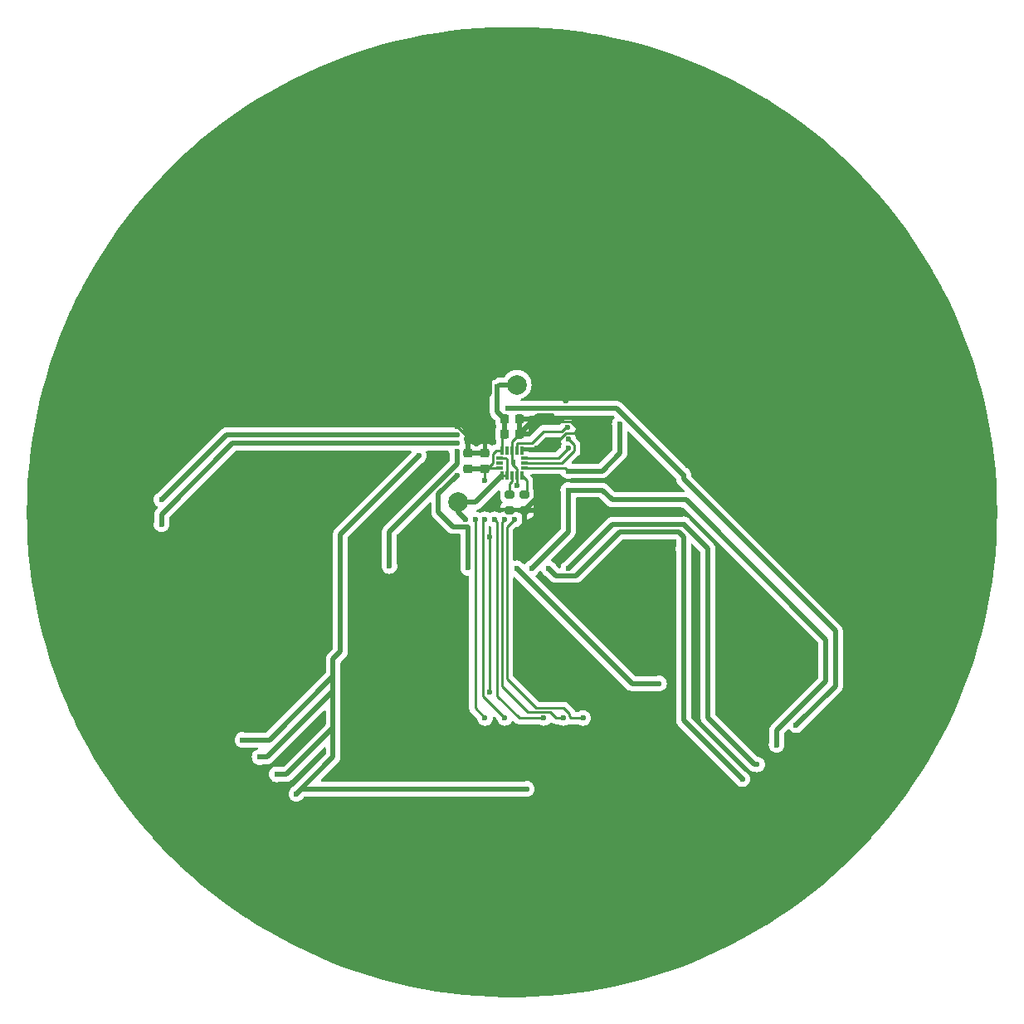
<source format=gbl>
G04 #@! TF.GenerationSoftware,KiCad,Pcbnew,8.0.4*
G04 #@! TF.CreationDate,2024-09-30T00:02:48+08:00*
G04 #@! TF.ProjectId,Transformer_Monitor_V1,5472616e-7366-46f7-926d-65725f4d6f6e,rev?*
G04 #@! TF.SameCoordinates,Original*
G04 #@! TF.FileFunction,Copper,L2,Bot*
G04 #@! TF.FilePolarity,Positive*
%FSLAX46Y46*%
G04 Gerber Fmt 4.6, Leading zero omitted, Abs format (unit mm)*
G04 Created by KiCad (PCBNEW 8.0.4) date 2024-09-30 00:02:48*
%MOMM*%
%LPD*%
G01*
G04 APERTURE LIST*
G04 Aperture macros list*
%AMRoundRect*
0 Rectangle with rounded corners*
0 $1 Rounding radius*
0 $2 $3 $4 $5 $6 $7 $8 $9 X,Y pos of 4 corners*
0 Add a 4 corners polygon primitive as box body*
4,1,4,$2,$3,$4,$5,$6,$7,$8,$9,$2,$3,0*
0 Add four circle primitives for the rounded corners*
1,1,$1+$1,$2,$3*
1,1,$1+$1,$4,$5*
1,1,$1+$1,$6,$7*
1,1,$1+$1,$8,$9*
0 Add four rect primitives between the rounded corners*
20,1,$1+$1,$2,$3,$4,$5,0*
20,1,$1+$1,$4,$5,$6,$7,0*
20,1,$1+$1,$6,$7,$8,$9,0*
20,1,$1+$1,$8,$9,$2,$3,0*%
G04 Aperture macros list end*
G04 #@! TA.AperFunction,SMDPad,CuDef*
%ADD10C,2.000000*%
G04 #@! TD*
G04 #@! TA.AperFunction,SMDPad,CuDef*
%ADD11R,0.300000X0.925000*%
G04 #@! TD*
G04 #@! TA.AperFunction,SMDPad,CuDef*
%ADD12R,0.800000X0.300000*%
G04 #@! TD*
G04 #@! TA.AperFunction,SMDPad,CuDef*
%ADD13RoundRect,0.225000X-0.250000X0.225000X-0.250000X-0.225000X0.250000X-0.225000X0.250000X0.225000X0*%
G04 #@! TD*
G04 #@! TA.AperFunction,SMDPad,CuDef*
%ADD14RoundRect,0.200000X-0.275000X0.200000X-0.275000X-0.200000X0.275000X-0.200000X0.275000X0.200000X0*%
G04 #@! TD*
G04 #@! TA.AperFunction,SMDPad,CuDef*
%ADD15RoundRect,0.225000X0.225000X0.250000X-0.225000X0.250000X-0.225000X-0.250000X0.225000X-0.250000X0*%
G04 #@! TD*
G04 #@! TA.AperFunction,ViaPad*
%ADD16C,0.600000*%
G04 #@! TD*
G04 #@! TA.AperFunction,Conductor*
%ADD17C,0.500000*%
G04 #@! TD*
G04 #@! TA.AperFunction,Conductor*
%ADD18C,0.250000*%
G04 #@! TD*
G04 APERTURE END LIST*
D10*
X150500000Y-87000000D03*
X144500000Y-99000000D03*
D11*
X149000000Y-93712500D03*
X149500000Y-93712500D03*
X150000000Y-93712500D03*
X150500000Y-93712500D03*
X151000000Y-93712500D03*
D12*
X151275000Y-94500000D03*
X151275000Y-95000000D03*
X151275000Y-95500000D03*
D11*
X151000000Y-96287500D03*
X150500000Y-96287500D03*
X150000000Y-96287500D03*
X149500000Y-96287500D03*
X149000000Y-96287500D03*
D12*
X148725000Y-95500000D03*
X148725000Y-95000000D03*
X148725000Y-94500000D03*
D13*
X145500000Y-94000000D03*
X145500000Y-95550000D03*
D14*
X149750000Y-98175000D03*
X149750000Y-99825000D03*
D15*
X150775000Y-92000000D03*
X149225000Y-92000000D03*
X150775000Y-90500000D03*
X149225000Y-90500000D03*
D14*
X151250000Y-98175000D03*
X151250000Y-99825000D03*
D13*
X147250000Y-94000000D03*
X147250000Y-95550000D03*
D16*
X147744337Y-118333682D03*
X160000000Y-120000000D03*
X165000000Y-120000000D03*
X190000000Y-125000000D03*
X175000000Y-135000000D03*
X175000000Y-140000000D03*
X140000000Y-140000000D03*
X139974225Y-134875449D03*
X140000000Y-120000000D03*
X135000000Y-125000000D03*
X105000000Y-110000000D03*
X115000000Y-105000000D03*
X105007321Y-84971227D03*
X125000000Y-85000000D03*
X170000000Y-90000000D03*
X170000000Y-80000000D03*
X155000000Y-80000000D03*
X110000000Y-75000000D03*
X115000000Y-75000000D03*
X120000000Y-90000000D03*
X125000000Y-90000000D03*
X125000000Y-95000000D03*
X130000000Y-95000000D03*
X120000000Y-105000000D03*
X125000000Y-105000000D03*
X115000000Y-110000000D03*
X120000000Y-110000000D03*
X110000000Y-120000000D03*
X115000000Y-120000000D03*
X110000000Y-125000000D03*
X115000000Y-125000000D03*
X125000000Y-135000000D03*
X130000000Y-135000000D03*
X125000000Y-140000000D03*
X130000000Y-140000000D03*
X135000000Y-145000000D03*
X140000000Y-145000000D03*
X160000000Y-145000000D03*
X165000000Y-145000000D03*
X165000000Y-130000000D03*
X170000000Y-130000000D03*
X160000000Y-125000000D03*
X165000000Y-125000000D03*
X185000000Y-120000000D03*
X190000000Y-120000000D03*
X170000000Y-95000000D03*
X175000000Y-95000000D03*
X180000000Y-95000000D03*
X185000000Y-95000000D03*
X190000000Y-90000000D03*
X195000000Y-90000000D03*
X190000000Y-85000000D03*
X195000000Y-85000000D03*
X185000000Y-75000000D03*
X190000000Y-75000000D03*
X180000000Y-80000000D03*
X185000000Y-80000000D03*
X190000000Y-80000000D03*
X175000000Y-85000000D03*
X180000000Y-85000000D03*
X185000000Y-85000000D03*
X175000000Y-90000000D03*
X180000000Y-90000000D03*
X185000000Y-90000000D03*
X185000000Y-115000000D03*
X190000000Y-115000000D03*
X195000000Y-115000000D03*
X185000000Y-110000000D03*
X190000000Y-110000000D03*
X195000000Y-110000000D03*
X160000000Y-135000000D03*
X165000000Y-135000000D03*
X170000000Y-135000000D03*
X160000000Y-140000000D03*
X165000000Y-140000000D03*
X170000000Y-140000000D03*
X105000000Y-115000000D03*
X110000000Y-115000000D03*
X115000000Y-115000000D03*
X120000000Y-100000000D03*
X125000000Y-100000000D03*
X130000000Y-100000000D03*
X105000000Y-90000000D03*
X110000000Y-90000000D03*
X115000000Y-90000000D03*
X110000000Y-85000000D03*
X115000000Y-85000000D03*
X120000000Y-85000000D03*
X110000000Y-80000000D03*
X115000000Y-80000000D03*
X120000000Y-80000000D03*
X140000000Y-80000000D03*
X145000000Y-80000000D03*
X150000000Y-80000000D03*
X160000000Y-70000000D03*
X165000000Y-70000000D03*
X170000000Y-70000000D03*
X160000000Y-75000000D03*
X165000000Y-75000000D03*
X170000000Y-75000000D03*
X135000000Y-75000000D03*
X140000000Y-75000000D03*
X145000000Y-75000000D03*
X130000000Y-70000000D03*
X135000000Y-70000000D03*
X140000000Y-70000000D03*
X125000000Y-65000000D03*
X130000000Y-65000000D03*
X135000000Y-65000000D03*
X140000000Y-65000000D03*
X145000000Y-65000000D03*
X160000000Y-65000000D03*
X165000000Y-65000000D03*
X170000000Y-65000000D03*
X175000000Y-60000000D03*
X170000000Y-60000000D03*
X140000000Y-60000000D03*
X135000000Y-60000000D03*
X129921968Y-59922525D03*
X125000000Y-60000000D03*
X165000000Y-55000000D03*
X160000000Y-55000000D03*
X155000000Y-55000000D03*
X150000000Y-55000000D03*
X145000000Y-55000000D03*
X140000000Y-55000000D03*
X135000000Y-55000000D03*
X154069211Y-90154572D03*
X155480914Y-88665058D03*
X149000000Y-125500000D03*
X152500000Y-93500000D03*
X134000000Y-107750000D03*
X147750000Y-83250000D03*
X150500000Y-97250000D03*
X140500000Y-95750000D03*
X159250000Y-94000000D03*
X144400000Y-91250000D03*
X150850000Y-102500000D03*
X152500000Y-96500000D03*
X147250000Y-96750000D03*
X124250000Y-125000000D03*
X140500000Y-94250000D03*
X148500000Y-87250000D03*
X128000000Y-128750000D03*
X151500000Y-128250000D03*
X126000000Y-126750000D03*
X122500000Y-123250000D03*
X145250000Y-100750000D03*
X144400000Y-93800000D03*
X137500000Y-105500000D03*
X155750000Y-93500000D03*
X114250000Y-101250000D03*
X144400000Y-93000000D03*
X144384076Y-96243320D03*
X145534859Y-105700318D03*
X155750000Y-105750000D03*
X175000000Y-125750000D03*
X167500000Y-101250000D03*
X144400000Y-92100000D03*
X114250000Y-98750000D03*
X149614850Y-89422008D03*
X167500000Y-96250000D03*
X179000000Y-121750000D03*
X173500000Y-127250000D03*
X167500000Y-103750000D03*
X153750000Y-105750000D03*
X147250000Y-121000000D03*
X146250000Y-100750000D03*
X177000000Y-123750000D03*
X152000000Y-105750000D03*
X167500000Y-98750000D03*
X155750000Y-97750000D03*
X155250000Y-121000000D03*
X149250000Y-100750000D03*
X149250000Y-121000000D03*
X147250000Y-100750000D03*
X150250000Y-100750000D03*
X157250000Y-121000000D03*
X148250000Y-100750000D03*
X153250000Y-121000000D03*
X155750000Y-92561766D03*
X155712128Y-91361766D03*
X155750000Y-95810380D03*
X161000000Y-91000000D03*
X150500000Y-105750000D03*
X165000000Y-117500000D03*
X147750000Y-102500000D03*
D17*
X146287500Y-99000000D02*
X149000000Y-96287500D01*
X144500000Y-99000000D02*
X146287500Y-99000000D01*
X144500000Y-99000000D02*
X144500000Y-100000000D01*
X144500000Y-100000000D02*
X145250000Y-100750000D01*
X142500000Y-100000000D02*
X142500000Y-98127396D01*
X142500000Y-98127396D02*
X144384076Y-96243320D01*
X145534859Y-101475000D02*
X143975000Y-101475000D01*
X145534859Y-105700318D02*
X145534859Y-101475000D01*
X143975000Y-101475000D02*
X142500000Y-100000000D01*
X144000000Y-99000000D02*
X144000000Y-99500000D01*
X144377673Y-95122327D02*
X144377673Y-93817038D01*
X137500000Y-102000000D02*
X144377673Y-95122327D01*
X137500000Y-105500000D02*
X137500000Y-102000000D01*
X167500000Y-96625000D02*
X167500000Y-96250000D01*
X183000000Y-117750000D02*
X183000000Y-112125000D01*
X183000000Y-112125000D02*
X167500000Y-96625000D01*
X179000000Y-121750000D02*
X183000000Y-117750000D01*
D18*
X149000000Y-101000000D02*
X149250000Y-100750000D01*
X151650000Y-120400000D02*
X149000000Y-117750000D01*
X153900000Y-120400000D02*
X151650000Y-120400000D01*
X154500000Y-121000000D02*
X153900000Y-120400000D01*
X149000000Y-117750000D02*
X149000000Y-101000000D01*
X155250000Y-121000000D02*
X154500000Y-121000000D01*
X155850000Y-120850000D02*
X156000000Y-121000000D01*
X155850000Y-120550736D02*
X155850000Y-120850000D01*
X155274264Y-119975000D02*
X155850000Y-120550736D01*
X156000000Y-121000000D02*
X157250000Y-121000000D01*
X152475000Y-119975000D02*
X155274264Y-119975000D01*
X149500000Y-117000000D02*
X152475000Y-119975000D01*
X150250000Y-100750000D02*
X149500000Y-101500000D01*
X149500000Y-101500000D02*
X149500000Y-117000000D01*
D17*
X125250000Y-123250000D02*
X122500000Y-123250000D01*
X131750000Y-116750000D02*
X125250000Y-123250000D01*
X131750000Y-115000000D02*
X131750000Y-116750000D01*
X114250000Y-101250000D02*
X114250000Y-100250000D01*
X114250000Y-100250000D02*
X121500000Y-93000000D01*
X121500000Y-93000000D02*
X144400000Y-93000000D01*
X154475000Y-106475000D02*
X153750000Y-105750000D01*
X156525000Y-106475000D02*
X154475000Y-106475000D01*
X161000000Y-102000000D02*
X156525000Y-106475000D01*
X167500000Y-102500000D02*
X167000000Y-102000000D01*
X167500000Y-103750000D02*
X167500000Y-102500000D01*
X167000000Y-102000000D02*
X161000000Y-102000000D01*
X150500000Y-87000000D02*
X148750000Y-87000000D01*
X148750000Y-87000000D02*
X148500000Y-87250000D01*
X154069211Y-90154572D02*
X152620428Y-90154572D01*
D18*
X159250000Y-94000000D02*
X157211766Y-91961766D01*
X151250000Y-99825000D02*
X149750000Y-99825000D01*
D17*
X134000000Y-102250000D02*
X140500000Y-95750000D01*
D18*
X150850000Y-102500000D02*
X150850000Y-102000000D01*
D17*
X147000000Y-94000000D02*
X145500000Y-94000000D01*
X150065856Y-83250000D02*
X147750000Y-83250000D01*
D18*
X150500000Y-95575000D02*
X150500000Y-96287500D01*
X145500000Y-92350000D02*
X145500000Y-94000000D01*
X150850000Y-102000000D02*
X151250000Y-101600000D01*
D17*
X147750000Y-87900000D02*
X147750000Y-83250000D01*
D18*
X150000000Y-93712500D02*
X150000000Y-92775000D01*
D17*
X144400000Y-91250000D02*
X147750000Y-87900000D01*
D18*
X150000000Y-92775000D02*
X150775000Y-92000000D01*
X151212500Y-93500000D02*
X152500000Y-93500000D01*
D17*
X150775000Y-92000000D02*
X150775000Y-90500000D01*
D18*
X155501472Y-91961766D02*
X153963238Y-93500000D01*
X157211766Y-91961766D02*
X155501472Y-91961766D01*
X159250000Y-94000000D02*
X156011766Y-90761766D01*
D17*
X142500000Y-125500000D02*
X134000000Y-117000000D01*
D18*
X156011766Y-90761766D02*
X152013234Y-90761766D01*
X152013234Y-90761766D02*
X150775000Y-92000000D01*
D17*
X134000000Y-117000000D02*
X134000000Y-107750000D01*
D18*
X144400000Y-91250000D02*
X145500000Y-92350000D01*
X150000000Y-95075000D02*
X150500000Y-95575000D01*
D17*
X152500000Y-96500000D02*
X152500000Y-98575000D01*
D18*
X151250000Y-101600000D02*
X151250000Y-99825000D01*
X150500000Y-97250000D02*
X150500000Y-96287500D01*
X153462017Y-90761766D02*
X152013234Y-90761766D01*
X150000000Y-93712500D02*
X150000000Y-95075000D01*
X153963238Y-93500000D02*
X152500000Y-93500000D01*
D17*
X134000000Y-107750000D02*
X134000000Y-102250000D01*
D18*
X151000000Y-93712500D02*
X151212500Y-93500000D01*
D17*
X149000000Y-125500000D02*
X142500000Y-125500000D01*
X155480914Y-88665058D02*
X150065856Y-83250000D01*
X152620428Y-90154572D02*
X150775000Y-92000000D01*
X152500000Y-98575000D02*
X151250000Y-99825000D01*
X125000000Y-125000000D02*
X131750000Y-118250000D01*
X131750000Y-115000000D02*
X131750000Y-117250000D01*
D18*
X148025000Y-94975000D02*
X148025000Y-94050000D01*
D17*
X131750000Y-121000000D02*
X131750000Y-125000000D01*
X132500000Y-102250000D02*
X132500000Y-114250000D01*
D18*
X147250000Y-95550000D02*
X147250000Y-96750000D01*
D17*
X127000000Y-126750000D02*
X126000000Y-126750000D01*
X149225000Y-92000000D02*
X149225000Y-90500000D01*
X131750000Y-117250000D02*
X131750000Y-121000000D01*
D18*
X148362500Y-93712500D02*
X149000000Y-93712500D01*
D17*
X131750000Y-121000000D02*
X131750000Y-122000000D01*
D18*
X147250000Y-95550000D02*
X147300000Y-95500000D01*
D17*
X148500000Y-89775000D02*
X149225000Y-90500000D01*
D18*
X147300000Y-95500000D02*
X148725000Y-95500000D01*
D17*
X131750000Y-118250000D02*
X131750000Y-117250000D01*
D18*
X148025000Y-94050000D02*
X148362500Y-93712500D01*
D17*
X151500000Y-128250000D02*
X128500000Y-128250000D01*
X132500000Y-114250000D02*
X131750000Y-115000000D01*
X140500000Y-94250000D02*
X132500000Y-102250000D01*
D18*
X149000000Y-92225000D02*
X149000000Y-93712500D01*
D17*
X128500000Y-128250000D02*
X128000000Y-128750000D01*
X124250000Y-125000000D02*
X125000000Y-125000000D01*
X131750000Y-122000000D02*
X127000000Y-126750000D01*
X148500000Y-87250000D02*
X148500000Y-89775000D01*
D18*
X147250000Y-95550000D02*
X147450000Y-95550000D01*
D17*
X131750000Y-125000000D02*
X128000000Y-128750000D01*
D18*
X147450000Y-95550000D02*
X148025000Y-94975000D01*
D17*
X145500000Y-95550000D02*
X147250000Y-95550000D01*
D18*
X149225000Y-92000000D02*
X149000000Y-92225000D01*
X149500000Y-96287500D02*
X149000000Y-96287500D01*
X148725000Y-94500000D02*
X149375000Y-94500000D01*
X149500000Y-94625000D02*
X149500000Y-96287500D01*
X149375000Y-94500000D02*
X149500000Y-94625000D01*
X150000000Y-96901471D02*
X149750000Y-97151471D01*
X149750000Y-97151471D02*
X149750000Y-98175000D01*
X150000000Y-96287500D02*
X150000000Y-96901471D01*
X151500000Y-97925000D02*
X151250000Y-98175000D01*
X151500000Y-96787500D02*
X151500000Y-97925000D01*
X151000000Y-96287500D02*
X151500000Y-96787500D01*
X155750000Y-93500000D02*
X154750000Y-94500000D01*
X154750000Y-94500000D02*
X151275000Y-94500000D01*
D17*
X167500000Y-101250000D02*
X170000000Y-103750000D01*
X174750000Y-125750000D02*
X175000000Y-125750000D01*
X170000000Y-103750000D02*
X170000000Y-121000000D01*
X160250000Y-101250000D02*
X155750000Y-105750000D01*
X160250000Y-101250000D02*
X167500000Y-101250000D01*
X170000000Y-121000000D02*
X174750000Y-125750000D01*
X120900000Y-92100000D02*
X144400000Y-92100000D01*
X114250000Y-98750000D02*
X120900000Y-92100000D01*
X160672008Y-89422008D02*
X149614850Y-89422008D01*
X167500000Y-96250000D02*
X160672008Y-89422008D01*
X167500000Y-103750000D02*
X167500000Y-121250000D01*
X167500000Y-121250000D02*
X173500000Y-127250000D01*
D18*
X146250000Y-120000000D02*
X146250000Y-100750000D01*
X147250000Y-121000000D02*
X146250000Y-120000000D01*
D17*
X155750000Y-97750000D02*
X155750000Y-102000000D01*
X155750000Y-102000000D02*
X152000000Y-105750000D01*
X177000000Y-122250000D02*
X177000000Y-123750000D01*
X155750000Y-97750000D02*
X159250000Y-97750000D01*
X167750000Y-98750000D02*
X182000000Y-113000000D01*
X167500000Y-98750000D02*
X167750000Y-98750000D01*
X182000000Y-113000000D02*
X182000000Y-117250000D01*
X159250000Y-97750000D02*
X160250000Y-98750000D01*
X160250000Y-98750000D02*
X167500000Y-98750000D01*
X182000000Y-117250000D02*
X177000000Y-122250000D01*
D18*
X147000000Y-101000000D02*
X147000000Y-118750000D01*
X147000000Y-118750000D02*
X149250000Y-121000000D01*
X147250000Y-100750000D02*
X147000000Y-101000000D01*
X148250000Y-100750000D02*
X148500000Y-101000000D01*
X150750000Y-121000000D02*
X153250000Y-121000000D01*
X148500000Y-118750000D02*
X150750000Y-121000000D01*
X148500000Y-101000000D02*
X148500000Y-118750000D01*
X151275000Y-95000000D02*
X155098529Y-95000000D01*
X156350000Y-93748529D02*
X156350000Y-93161766D01*
X156350000Y-93161766D02*
X155750000Y-92561766D01*
X155098529Y-95000000D02*
X156350000Y-93748529D01*
X153200000Y-91750000D02*
X152000000Y-92950000D01*
X152000000Y-92950000D02*
X150550000Y-92950000D01*
X155112197Y-91750000D02*
X153200000Y-91750000D01*
X155500431Y-91361766D02*
X155112197Y-91750000D01*
X150550000Y-92950000D02*
X150500000Y-93000000D01*
X150500000Y-93000000D02*
X150500000Y-93712500D01*
X155712128Y-91361766D02*
X155500431Y-91361766D01*
X155750000Y-95810380D02*
X155439620Y-95500000D01*
D17*
X161000000Y-94000000D02*
X159189620Y-95810380D01*
X161000000Y-91000000D02*
X161000000Y-94000000D01*
X159189620Y-95810380D02*
X155750000Y-95810380D01*
D18*
X155439620Y-95500000D02*
X151275000Y-95500000D01*
D17*
X162250000Y-117500000D02*
X165000000Y-117500000D01*
X150500000Y-105750000D02*
X162250000Y-117500000D01*
G04 #@! TA.AperFunction,Conductor*
G36*
X147815944Y-101422672D02*
G01*
X147816447Y-101422988D01*
X147862750Y-101475310D01*
X147874500Y-101527997D01*
X147874500Y-118440547D01*
X147854815Y-118507586D01*
X147802011Y-118553341D01*
X147732853Y-118563285D01*
X147669297Y-118534260D01*
X147662819Y-118528228D01*
X147661819Y-118527228D01*
X147628334Y-118465905D01*
X147625500Y-118439547D01*
X147625500Y-101527997D01*
X147645185Y-101460958D01*
X147683552Y-101422988D01*
X147684054Y-101422672D01*
X147751295Y-101403690D01*
X147815944Y-101422672D01*
G37*
G04 #@! TD.AperFunction*
G04 #@! TA.AperFunction,Conductor*
G36*
X161955703Y-91767517D02*
G01*
X161962181Y-91773549D01*
X166713181Y-96524549D01*
X166746666Y-96585872D01*
X166749500Y-96612230D01*
X166749500Y-96698918D01*
X166749500Y-96698920D01*
X166749499Y-96698920D01*
X166778340Y-96843907D01*
X166778343Y-96843917D01*
X166834912Y-96980487D01*
X166834916Y-96980496D01*
X166842822Y-96992326D01*
X166842823Y-96992331D01*
X166842825Y-96992331D01*
X166917051Y-97103420D01*
X166917052Y-97103421D01*
X167549862Y-97736230D01*
X167583347Y-97797553D01*
X167578363Y-97867244D01*
X167536492Y-97923178D01*
X167476065Y-97947131D01*
X167320749Y-97964630D01*
X167320745Y-97964631D01*
X167240983Y-97992542D01*
X167200028Y-97999500D01*
X160612229Y-97999500D01*
X160545190Y-97979815D01*
X160524548Y-97963181D01*
X159728421Y-97167052D01*
X159728420Y-97167051D01*
X159728416Y-97167048D01*
X159627354Y-97099522D01*
X159627352Y-97099519D01*
X159605495Y-97084916D01*
X159605490Y-97084913D01*
X159468917Y-97028343D01*
X159468907Y-97028340D01*
X159323920Y-96999500D01*
X159323918Y-96999500D01*
X156049972Y-96999500D01*
X156009017Y-96992542D01*
X155929254Y-96964631D01*
X155929249Y-96964630D01*
X155750004Y-96944435D01*
X155749996Y-96944435D01*
X155570750Y-96964630D01*
X155570745Y-96964631D01*
X155400476Y-97024211D01*
X155247737Y-97120184D01*
X155120184Y-97247737D01*
X155024211Y-97400476D01*
X154964631Y-97570745D01*
X154964630Y-97570750D01*
X154944435Y-97749996D01*
X154944435Y-97750003D01*
X154964630Y-97929249D01*
X154964631Y-97929254D01*
X154992542Y-98009017D01*
X154999500Y-98049972D01*
X154999500Y-101637769D01*
X154979815Y-101704808D01*
X154963181Y-101725450D01*
X151691937Y-104996693D01*
X151655876Y-105019362D01*
X151656756Y-105021188D01*
X151650478Y-105024211D01*
X151497737Y-105120184D01*
X151370184Y-105247737D01*
X151370183Y-105247739D01*
X151354991Y-105271916D01*
X151302655Y-105318206D01*
X151233601Y-105328852D01*
X151169754Y-105300475D01*
X151145007Y-105271914D01*
X151129816Y-105247738D01*
X151002262Y-105120184D01*
X150849523Y-105024211D01*
X150679254Y-104964631D01*
X150679249Y-104964630D01*
X150500004Y-104944435D01*
X150499996Y-104944435D01*
X150320750Y-104964630D01*
X150320735Y-104964634D01*
X150290452Y-104975230D01*
X150220673Y-104978791D01*
X150160047Y-104944060D01*
X150127821Y-104882066D01*
X150125500Y-104858188D01*
X150125500Y-101810451D01*
X150145185Y-101743412D01*
X150161810Y-101722779D01*
X150308380Y-101576208D01*
X150369699Y-101542726D01*
X150382156Y-101540674D01*
X150429255Y-101535368D01*
X150599522Y-101475789D01*
X150752262Y-101379816D01*
X150879816Y-101252262D01*
X150975789Y-101099522D01*
X151035368Y-100929255D01*
X151038610Y-100900484D01*
X151055565Y-100750003D01*
X151055565Y-100749996D01*
X151052749Y-100724999D01*
X151500000Y-100724999D01*
X151581581Y-100724999D01*
X151652102Y-100718591D01*
X151652107Y-100718590D01*
X151814396Y-100668018D01*
X151959877Y-100580072D01*
X152080072Y-100459877D01*
X152168019Y-100314395D01*
X152218590Y-100152106D01*
X152225000Y-100081572D01*
X152225000Y-100075000D01*
X151500000Y-100075000D01*
X151500000Y-100724999D01*
X151052749Y-100724999D01*
X151035369Y-100570750D01*
X151035367Y-100570742D01*
X151006958Y-100489552D01*
X151000000Y-100448598D01*
X151000000Y-100075000D01*
X150716076Y-100075000D01*
X150650103Y-100055993D01*
X150599524Y-100024211D01*
X150429254Y-99964631D01*
X150429249Y-99964630D01*
X150250004Y-99944435D01*
X150249996Y-99944435D01*
X150070750Y-99964630D01*
X150070737Y-99964633D01*
X149900479Y-100024209D01*
X149849894Y-100055994D01*
X149783923Y-100075000D01*
X149716077Y-100075000D01*
X149650106Y-100055994D01*
X149599520Y-100024209D01*
X149429262Y-99964633D01*
X149429249Y-99964630D01*
X149250004Y-99944435D01*
X149249996Y-99944435D01*
X149070750Y-99964630D01*
X149070737Y-99964633D01*
X148900479Y-100024209D01*
X148849894Y-100055994D01*
X148783923Y-100075000D01*
X148747220Y-100075000D01*
X148747057Y-100075089D01*
X148745816Y-100075000D01*
X148723639Y-100075000D01*
X148723639Y-100073409D01*
X148677367Y-100070092D01*
X148654751Y-100058913D01*
X148599522Y-100024211D01*
X148599520Y-100024210D01*
X148599518Y-100024209D01*
X148429262Y-99964633D01*
X148429249Y-99964630D01*
X148250004Y-99944435D01*
X148249996Y-99944435D01*
X148070750Y-99964630D01*
X148070737Y-99964633D01*
X147900479Y-100024209D01*
X147815971Y-100077309D01*
X147748734Y-100096309D01*
X147684029Y-100077309D01*
X147599520Y-100024209D01*
X147429262Y-99964633D01*
X147429249Y-99964630D01*
X147250004Y-99944435D01*
X147249996Y-99944435D01*
X147070750Y-99964630D01*
X147070737Y-99964633D01*
X146900479Y-100024209D01*
X146815971Y-100077309D01*
X146748734Y-100096309D01*
X146684029Y-100077309D01*
X146599520Y-100024209D01*
X146599521Y-100024209D01*
X146443282Y-99969539D01*
X146386506Y-99928818D01*
X146360759Y-99863865D01*
X146374215Y-99795303D01*
X146422603Y-99744900D01*
X146460041Y-99730882D01*
X146506413Y-99721658D01*
X146642995Y-99665084D01*
X146692229Y-99632186D01*
X146765916Y-99582952D01*
X148566722Y-97782144D01*
X148628044Y-97748660D01*
X148697735Y-97753644D01*
X148753669Y-97795516D01*
X148778086Y-97860980D01*
X148777893Y-97881048D01*
X148774500Y-97918386D01*
X148774500Y-98431613D01*
X148780913Y-98502192D01*
X148780913Y-98502194D01*
X148780914Y-98502196D01*
X148791703Y-98536819D01*
X148831522Y-98664606D01*
X148919530Y-98810188D01*
X149022015Y-98912673D01*
X149055500Y-98973996D01*
X149050516Y-99043688D01*
X149022015Y-99088035D01*
X148919928Y-99190121D01*
X148919927Y-99190122D01*
X148831980Y-99335604D01*
X148781409Y-99497893D01*
X148775000Y-99568427D01*
X148775000Y-99575000D01*
X152224999Y-99575000D01*
X152224999Y-99568417D01*
X152218591Y-99497897D01*
X152218590Y-99497892D01*
X152168018Y-99335603D01*
X152080072Y-99190122D01*
X151977984Y-99088034D01*
X151944499Y-99026711D01*
X151949483Y-98957019D01*
X151977983Y-98912673D01*
X152080472Y-98810185D01*
X152168478Y-98664606D01*
X152219086Y-98502196D01*
X152225500Y-98431616D01*
X152225500Y-97918384D01*
X152219086Y-97847804D01*
X152168478Y-97685394D01*
X152162433Y-97675394D01*
X152143383Y-97643881D01*
X152125500Y-97579732D01*
X152125500Y-96725894D01*
X152120134Y-96698920D01*
X152117272Y-96684530D01*
X152101463Y-96605049D01*
X152098880Y-96598814D01*
X152097610Y-96595749D01*
X152079110Y-96551084D01*
X152079110Y-96551083D01*
X152054312Y-96491215D01*
X152054308Y-96491210D01*
X152054308Y-96491208D01*
X152023752Y-96445480D01*
X152023751Y-96445478D01*
X151985856Y-96388764D01*
X151934273Y-96337181D01*
X151900788Y-96275858D01*
X151905772Y-96206166D01*
X151947644Y-96150233D01*
X152013108Y-96125816D01*
X152021954Y-96125500D01*
X154934062Y-96125500D01*
X155001101Y-96145185D01*
X155039056Y-96183528D01*
X155080821Y-96249997D01*
X155120184Y-96312642D01*
X155247738Y-96440196D01*
X155303867Y-96475464D01*
X155393903Y-96532038D01*
X155400478Y-96536169D01*
X155443100Y-96551083D01*
X155570745Y-96595748D01*
X155570750Y-96595749D01*
X155749996Y-96615945D01*
X155750000Y-96615945D01*
X155750004Y-96615945D01*
X155929249Y-96595749D01*
X155929252Y-96595748D01*
X155929255Y-96595748D01*
X156009017Y-96567837D01*
X156049972Y-96560880D01*
X159263540Y-96560880D01*
X159361082Y-96541476D01*
X159408533Y-96532038D01*
X159545115Y-96475464D01*
X159614272Y-96429255D01*
X159668036Y-96393332D01*
X161582952Y-94478416D01*
X161615800Y-94429255D01*
X161652696Y-94374036D01*
X161652700Y-94374029D01*
X161665084Y-94355495D01*
X161721658Y-94218913D01*
X161735911Y-94147260D01*
X161750500Y-94073920D01*
X161750500Y-91861230D01*
X161770185Y-91794191D01*
X161822989Y-91748436D01*
X161892147Y-91738492D01*
X161955703Y-91767517D01*
G37*
G04 #@! TD.AperFunction*
G04 #@! TA.AperFunction,Conductor*
G36*
X150264062Y-94671407D02*
G01*
X150328592Y-94698188D01*
X150368401Y-94755608D01*
X150374209Y-94798807D01*
X150374500Y-94798807D01*
X150374500Y-94800971D01*
X150374544Y-94801299D01*
X150374500Y-94802122D01*
X150374500Y-95197887D01*
X150374553Y-95198863D01*
X150374500Y-95199082D01*
X150374501Y-95201192D01*
X150374002Y-95201192D01*
X150358467Y-95266856D01*
X150308175Y-95315358D01*
X150239644Y-95328971D01*
X150237487Y-95328758D01*
X150236258Y-95328626D01*
X150171704Y-95301895D01*
X150131850Y-95244507D01*
X150125500Y-95205335D01*
X150125500Y-94794555D01*
X150145185Y-94727516D01*
X150197989Y-94681761D01*
X150262831Y-94671275D01*
X150264062Y-94671407D01*
G37*
G04 #@! TD.AperFunction*
G04 #@! TA.AperFunction,Conductor*
G36*
X160376817Y-90192193D02*
G01*
X160397459Y-90208827D01*
X160440596Y-90251964D01*
X160474081Y-90313287D01*
X160469097Y-90382979D01*
X160440596Y-90427326D01*
X160370184Y-90497737D01*
X160274211Y-90650476D01*
X160214631Y-90820745D01*
X160214630Y-90820750D01*
X160194435Y-90999996D01*
X160194435Y-91000003D01*
X160214630Y-91179249D01*
X160214631Y-91179254D01*
X160242542Y-91259017D01*
X160249500Y-91299972D01*
X160249500Y-93637770D01*
X160229815Y-93704809D01*
X160213181Y-93725451D01*
X158915071Y-95023561D01*
X158853748Y-95057046D01*
X158827390Y-95059880D01*
X156222600Y-95059880D01*
X156155561Y-95040195D01*
X156109806Y-94987391D01*
X156099862Y-94918233D01*
X156128887Y-94854677D01*
X156134919Y-94848199D01*
X156383618Y-94599500D01*
X156748729Y-94234389D01*
X156748733Y-94234387D01*
X156835858Y-94147262D01*
X156904311Y-94044815D01*
X156951463Y-93930981D01*
X156975500Y-93810135D01*
X156975500Y-93100160D01*
X156975500Y-93100155D01*
X156972883Y-93087002D01*
X156972881Y-93086996D01*
X156972163Y-93083388D01*
X156957103Y-93007669D01*
X156951463Y-92979314D01*
X156947155Y-92968914D01*
X156929414Y-92926082D01*
X156904314Y-92865485D01*
X156904312Y-92865480D01*
X156864704Y-92806204D01*
X156835858Y-92763033D01*
X156835856Y-92763030D01*
X156745637Y-92672811D01*
X156745606Y-92672782D01*
X156576211Y-92503387D01*
X156542726Y-92442064D01*
X156540673Y-92429604D01*
X156535368Y-92382511D01*
X156475789Y-92212244D01*
X156379816Y-92059504D01*
X156350377Y-92030065D01*
X156316892Y-91968742D01*
X156321876Y-91899050D01*
X156338332Y-91869982D01*
X156338239Y-91869924D01*
X156339516Y-91867891D01*
X156341118Y-91865062D01*
X156341935Y-91864036D01*
X156341944Y-91864028D01*
X156437917Y-91711288D01*
X156497496Y-91541021D01*
X156500197Y-91517048D01*
X156517693Y-91361769D01*
X156517693Y-91361762D01*
X156497497Y-91182516D01*
X156497496Y-91182511D01*
X156476205Y-91121666D01*
X156437917Y-91012244D01*
X156430225Y-91000003D01*
X156365949Y-90897708D01*
X156341944Y-90859504D01*
X156214390Y-90731950D01*
X156061651Y-90635977D01*
X155891382Y-90576397D01*
X155891377Y-90576396D01*
X155712132Y-90556201D01*
X155712124Y-90556201D01*
X155532878Y-90576396D01*
X155532873Y-90576397D01*
X155362604Y-90635977D01*
X155209865Y-90731950D01*
X155082310Y-90859505D01*
X155082309Y-90859507D01*
X155029233Y-90943976D01*
X155011922Y-90965684D01*
X154889426Y-91088181D01*
X154828103Y-91121666D01*
X154801744Y-91124500D01*
X153138389Y-91124500D01*
X153077971Y-91136518D01*
X153034743Y-91145116D01*
X153017546Y-91148537D01*
X152903716Y-91195687D01*
X152903707Y-91195692D01*
X152801268Y-91264140D01*
X152770974Y-91294435D01*
X152714142Y-91351267D01*
X152714139Y-91351270D01*
X152271219Y-91794191D01*
X151851729Y-92213681D01*
X151790406Y-92247166D01*
X151764048Y-92250000D01*
X150649000Y-92250000D01*
X150581961Y-92230315D01*
X150536206Y-92177511D01*
X150525000Y-92126000D01*
X150525000Y-91750000D01*
X151025000Y-91750000D01*
X151724999Y-91750000D01*
X151724999Y-91701692D01*
X151724998Y-91701677D01*
X151714855Y-91602392D01*
X151661547Y-91441518D01*
X151661544Y-91441511D01*
X151583570Y-91315098D01*
X151565129Y-91247705D01*
X151583570Y-91184902D01*
X151661544Y-91058488D01*
X151661547Y-91058481D01*
X151714855Y-90897606D01*
X151724999Y-90798322D01*
X151725000Y-90798309D01*
X151725000Y-90750000D01*
X151025000Y-90750000D01*
X151025000Y-91750000D01*
X150525000Y-91750000D01*
X150525000Y-90374000D01*
X150544685Y-90306961D01*
X150597489Y-90261206D01*
X150649000Y-90250000D01*
X151724999Y-90250000D01*
X151744332Y-90230666D01*
X151744684Y-90229469D01*
X151751021Y-90223977D01*
X151761318Y-90213681D01*
X151762054Y-90214417D01*
X151797488Y-90183714D01*
X151848999Y-90172508D01*
X160309778Y-90172508D01*
X160376817Y-90192193D01*
G37*
G04 #@! TD.AperFunction*
G04 #@! TA.AperFunction,Conductor*
G36*
X154893705Y-92395185D02*
G01*
X154939460Y-92447989D01*
X154949886Y-92513384D01*
X154944435Y-92561763D01*
X154944435Y-92561769D01*
X154964630Y-92741015D01*
X154964633Y-92741028D01*
X155024208Y-92911283D01*
X155057905Y-92964912D01*
X155076904Y-93032149D01*
X155057905Y-93096854D01*
X155024210Y-93150480D01*
X154964630Y-93320750D01*
X154959326Y-93367825D01*
X154932258Y-93432238D01*
X154923788Y-93441620D01*
X154527227Y-93838182D01*
X154465907Y-93871666D01*
X154439548Y-93874500D01*
X151854700Y-93874500D01*
X151811367Y-93866682D01*
X151795095Y-93860613D01*
X151782481Y-93855908D01*
X151722883Y-93849501D01*
X151722881Y-93849500D01*
X151722873Y-93849500D01*
X151722865Y-93849500D01*
X151274499Y-93849500D01*
X151207460Y-93829815D01*
X151161705Y-93777011D01*
X151150499Y-93725500D01*
X151150499Y-93699500D01*
X151170184Y-93632461D01*
X151222988Y-93586706D01*
X151274499Y-93575500D01*
X152061608Y-93575500D01*
X152061608Y-93575499D01*
X152131458Y-93561606D01*
X152131459Y-93561606D01*
X152157308Y-93556464D01*
X152182452Y-93551463D01*
X152238271Y-93528342D01*
X152296286Y-93504312D01*
X152347509Y-93470084D01*
X152398733Y-93435858D01*
X152485858Y-93348733D01*
X152485859Y-93348731D01*
X152492925Y-93341665D01*
X152492927Y-93341661D01*
X153422771Y-92411819D01*
X153484094Y-92378334D01*
X153510452Y-92375500D01*
X154826666Y-92375500D01*
X154893705Y-92395185D01*
G37*
G04 #@! TD.AperFunction*
G04 #@! TA.AperFunction,Conductor*
G36*
X150702226Y-50505506D02*
G01*
X152099094Y-50545052D01*
X152102544Y-50545198D01*
X153497767Y-50624260D01*
X153501207Y-50624503D01*
X154799262Y-50734984D01*
X154893616Y-50743015D01*
X154897111Y-50743362D01*
X156285626Y-50901231D01*
X156289021Y-50901666D01*
X157600668Y-51088531D01*
X157672493Y-51098764D01*
X157675963Y-51099308D01*
X159053323Y-51335480D01*
X159056677Y-51336105D01*
X160426816Y-51611162D01*
X160430181Y-51611887D01*
X161791992Y-51925610D01*
X161795353Y-51926434D01*
X163147730Y-52278565D01*
X163151022Y-52279472D01*
X164307811Y-52615905D01*
X164492913Y-52669740D01*
X164496268Y-52670768D01*
X165826479Y-53098821D01*
X165829805Y-53099943D01*
X167147424Y-53565487D01*
X167150670Y-53566686D01*
X168454594Y-54069334D01*
X168457819Y-54070630D01*
X169721324Y-54599236D01*
X169746962Y-54609962D01*
X169750180Y-54611362D01*
X171023526Y-55186951D01*
X171026700Y-55188439D01*
X172283292Y-55799853D01*
X172286412Y-55801426D01*
X173525181Y-56448147D01*
X173528268Y-56449815D01*
X174748245Y-57131335D01*
X174751252Y-57133071D01*
X175951466Y-57848849D01*
X175954384Y-57850645D01*
X177133883Y-58600115D01*
X177136812Y-58602035D01*
X178294615Y-59384574D01*
X178297433Y-59386537D01*
X179432616Y-60201518D01*
X179435438Y-60203605D01*
X180547093Y-61050377D01*
X180549843Y-61052535D01*
X181637094Y-61930427D01*
X181639759Y-61932641D01*
X182701712Y-62840936D01*
X182704347Y-62843254D01*
X183740205Y-63781267D01*
X183742772Y-63783659D01*
X184751656Y-64750596D01*
X184754113Y-64753018D01*
X185296267Y-65302899D01*
X185735227Y-65748115D01*
X185737656Y-65750649D01*
X186690216Y-66773112D01*
X186692571Y-66775713D01*
X187615801Y-67824706D01*
X187618082Y-67827373D01*
X188511261Y-68902076D01*
X188513466Y-68904807D01*
X189375853Y-70004331D01*
X189377980Y-70007122D01*
X190208958Y-71130678D01*
X190211004Y-71133529D01*
X191009817Y-72280099D01*
X191011782Y-72283007D01*
X191777813Y-73451697D01*
X191779696Y-73454659D01*
X192512389Y-74644630D01*
X192514186Y-74647644D01*
X192927341Y-75363248D01*
X193046450Y-75569552D01*
X193212879Y-75857814D01*
X193214591Y-75860878D01*
X193878776Y-77090372D01*
X193880400Y-77093483D01*
X194509519Y-78341266D01*
X194511054Y-78344421D01*
X195104603Y-79609493D01*
X195106049Y-79612691D01*
X195663581Y-80894100D01*
X195664935Y-80897338D01*
X196185949Y-82193931D01*
X196187212Y-82197205D01*
X196671355Y-83508105D01*
X196672524Y-83511414D01*
X197119366Y-84835454D01*
X197120441Y-84838795D01*
X197529634Y-86174952D01*
X197530614Y-86178322D01*
X197901833Y-87525528D01*
X197902717Y-87528924D01*
X198235658Y-88886079D01*
X198236446Y-88889499D01*
X198530851Y-90255541D01*
X198531542Y-90258982D01*
X198787173Y-91632816D01*
X198787766Y-91636274D01*
X199004417Y-93016793D01*
X199004912Y-93020268D01*
X199182409Y-94406372D01*
X199182805Y-94409859D01*
X199321001Y-95800387D01*
X199321299Y-95803883D01*
X199420096Y-97197832D01*
X199420294Y-97201336D01*
X199479600Y-98597443D01*
X199479700Y-98600951D01*
X199499475Y-99998245D01*
X199499475Y-100001755D01*
X199479700Y-101399048D01*
X199479600Y-101402556D01*
X199420294Y-102798663D01*
X199420096Y-102802167D01*
X199321299Y-104196116D01*
X199321001Y-104199612D01*
X199182805Y-105590140D01*
X199182409Y-105593627D01*
X199004912Y-106979731D01*
X199004417Y-106983206D01*
X198787766Y-108363725D01*
X198787173Y-108367183D01*
X198531542Y-109741017D01*
X198530851Y-109744458D01*
X198236446Y-111110500D01*
X198235658Y-111113920D01*
X197902717Y-112471075D01*
X197901833Y-112474471D01*
X197530614Y-113821677D01*
X197529634Y-113825047D01*
X197120441Y-115161204D01*
X197119366Y-115164545D01*
X196672524Y-116488585D01*
X196671355Y-116491894D01*
X196187212Y-117802794D01*
X196185949Y-117806068D01*
X195664935Y-119102661D01*
X195663581Y-119105899D01*
X195106049Y-120387308D01*
X195104603Y-120390506D01*
X194511054Y-121655578D01*
X194509519Y-121658733D01*
X193880400Y-122906516D01*
X193878776Y-122909627D01*
X193214591Y-124139121D01*
X193212879Y-124142185D01*
X192514186Y-125352355D01*
X192512389Y-125355369D01*
X191779696Y-126545340D01*
X191777813Y-126548302D01*
X191011782Y-127716992D01*
X191009817Y-127719900D01*
X190211004Y-128866470D01*
X190208958Y-128869321D01*
X189377980Y-129992877D01*
X189375853Y-129995668D01*
X188513466Y-131095192D01*
X188511261Y-131097923D01*
X187618082Y-132172626D01*
X187615801Y-132175293D01*
X186692571Y-133224286D01*
X186690216Y-133226887D01*
X185737656Y-134249350D01*
X185735227Y-134251884D01*
X184754134Y-135246960D01*
X184751635Y-135249424D01*
X183742772Y-136216340D01*
X183740205Y-136218732D01*
X182704347Y-137156745D01*
X182701712Y-137159063D01*
X181639776Y-138067343D01*
X181637077Y-138069586D01*
X180549854Y-138947456D01*
X180547093Y-138949622D01*
X179435438Y-139796394D01*
X179432616Y-139798481D01*
X178297464Y-140613440D01*
X178294585Y-140615446D01*
X177136818Y-141397960D01*
X177133883Y-141399884D01*
X175954419Y-142149332D01*
X175951430Y-142151172D01*
X174751268Y-142866918D01*
X174748229Y-142868673D01*
X173528268Y-143550184D01*
X173525181Y-143551852D01*
X172286412Y-144198573D01*
X172283278Y-144200153D01*
X171026703Y-144811558D01*
X171023526Y-144813048D01*
X169750180Y-145388637D01*
X169746962Y-145390037D01*
X168457835Y-145929362D01*
X168454578Y-145930671D01*
X167150693Y-146433304D01*
X167147401Y-146434520D01*
X165829804Y-146900056D01*
X165826479Y-146901178D01*
X164496268Y-147329231D01*
X164492913Y-147330259D01*
X163151067Y-147720514D01*
X163147683Y-147721446D01*
X161795376Y-148073559D01*
X161791968Y-148074395D01*
X160430214Y-148388105D01*
X160426783Y-148388844D01*
X159056725Y-148663885D01*
X159053275Y-148664527D01*
X157675960Y-148900691D01*
X157672493Y-148901235D01*
X156289064Y-149098327D01*
X156285583Y-149098773D01*
X154897108Y-149256637D01*
X154893616Y-149256984D01*
X153501238Y-149375493D01*
X153497737Y-149375741D01*
X152102572Y-149454799D01*
X152099066Y-149454948D01*
X150702226Y-149494494D01*
X150698717Y-149494544D01*
X149301283Y-149494544D01*
X149297774Y-149494494D01*
X147900933Y-149454948D01*
X147897427Y-149454799D01*
X146502262Y-149375741D01*
X146498761Y-149375493D01*
X145106383Y-149256984D01*
X145102891Y-149256637D01*
X143714416Y-149098773D01*
X143710935Y-149098327D01*
X142327506Y-148901235D01*
X142324039Y-148900691D01*
X140946724Y-148664527D01*
X140943274Y-148663885D01*
X139573216Y-148388844D01*
X139569785Y-148388105D01*
X138208031Y-148074395D01*
X138204623Y-148073559D01*
X136852316Y-147721446D01*
X136848932Y-147720514D01*
X135507086Y-147330259D01*
X135503731Y-147329231D01*
X134173520Y-146901178D01*
X134170195Y-146900056D01*
X132852598Y-146434520D01*
X132849306Y-146433304D01*
X131545421Y-145930671D01*
X131542164Y-145929362D01*
X130253037Y-145390037D01*
X130249819Y-145388637D01*
X128976473Y-144813048D01*
X128973296Y-144811558D01*
X127716721Y-144200153D01*
X127713587Y-144198573D01*
X126474818Y-143551852D01*
X126471731Y-143550184D01*
X125251770Y-142868673D01*
X125248731Y-142866918D01*
X124933524Y-142678936D01*
X124048553Y-142151162D01*
X124045596Y-142149342D01*
X122866116Y-141399884D01*
X122863181Y-141397960D01*
X121705414Y-140615446D01*
X121702535Y-140613440D01*
X120567383Y-139798481D01*
X120564561Y-139796394D01*
X119452906Y-138949622D01*
X119450145Y-138947456D01*
X118362922Y-138069586D01*
X118360223Y-138067343D01*
X117298287Y-137159063D01*
X117295652Y-137156745D01*
X116259794Y-136218732D01*
X116257227Y-136216340D01*
X116168621Y-136131418D01*
X115248343Y-135249404D01*
X115245886Y-135246980D01*
X114264759Y-134251871D01*
X114262343Y-134249350D01*
X113309783Y-133226887D01*
X113307428Y-133224286D01*
X112384198Y-132175293D01*
X112381917Y-132172626D01*
X111488738Y-131097923D01*
X111486533Y-131095192D01*
X110624146Y-129995668D01*
X110622019Y-129992877D01*
X109791041Y-128869321D01*
X109788995Y-128866470D01*
X108990182Y-127719900D01*
X108988217Y-127716992D01*
X108822804Y-127464631D01*
X108222165Y-126548269D01*
X108220323Y-126545372D01*
X107511707Y-125394505D01*
X107487610Y-125355369D01*
X107485813Y-125352355D01*
X107282382Y-125000003D01*
X106787096Y-124142143D01*
X106785431Y-124139162D01*
X106121211Y-122909605D01*
X106119599Y-122906516D01*
X106039544Y-122747737D01*
X105490478Y-121658730D01*
X105488945Y-121655578D01*
X105476857Y-121629815D01*
X105348150Y-121355491D01*
X104895396Y-120390506D01*
X104893950Y-120387308D01*
X104503164Y-119489142D01*
X104336409Y-119105877D01*
X104335064Y-119102661D01*
X103814039Y-117806040D01*
X103812787Y-117802794D01*
X103767161Y-117679255D01*
X103328642Y-116491890D01*
X103327475Y-116488585D01*
X102880614Y-115164488D01*
X102879576Y-115161261D01*
X102470352Y-113825004D01*
X102469397Y-113821721D01*
X102098153Y-112474422D01*
X102097295Y-112471125D01*
X101764340Y-111113919D01*
X101763553Y-111110500D01*
X101469148Y-109744458D01*
X101468457Y-109741017D01*
X101212826Y-108367183D01*
X101212233Y-108363725D01*
X100995575Y-106983160D01*
X100995093Y-106979777D01*
X100817583Y-105593574D01*
X100817200Y-105590195D01*
X100678997Y-104199610D01*
X100678700Y-104196116D01*
X100659786Y-103929249D01*
X100579900Y-102802124D01*
X100579707Y-102798708D01*
X100520398Y-101402521D01*
X100520299Y-101399083D01*
X100500524Y-100001695D01*
X100500524Y-99998304D01*
X100518190Y-98749996D01*
X113444435Y-98749996D01*
X113444435Y-98750003D01*
X113464630Y-98929249D01*
X113464631Y-98929254D01*
X113524211Y-99099523D01*
X113581138Y-99190121D01*
X113620184Y-99252262D01*
X113747738Y-99379816D01*
X113807120Y-99417128D01*
X113853410Y-99469461D01*
X113864059Y-99538515D01*
X113835684Y-99602363D01*
X113828829Y-99609802D01*
X113667049Y-99771582D01*
X113617812Y-99845271D01*
X113584921Y-99894496D01*
X113584914Y-99894508D01*
X113528342Y-100031086D01*
X113528340Y-100031092D01*
X113499500Y-100176079D01*
X113499500Y-100950028D01*
X113492542Y-100990982D01*
X113464631Y-101070747D01*
X113444435Y-101249996D01*
X113444435Y-101250003D01*
X113464630Y-101429249D01*
X113464631Y-101429254D01*
X113524211Y-101599523D01*
X113601653Y-101722770D01*
X113620184Y-101752262D01*
X113747738Y-101879816D01*
X113900478Y-101975789D01*
X114058496Y-102031082D01*
X114070745Y-102035368D01*
X114070750Y-102035369D01*
X114249996Y-102055565D01*
X114250000Y-102055565D01*
X114250004Y-102055565D01*
X114429249Y-102035369D01*
X114429252Y-102035368D01*
X114429255Y-102035368D01*
X114599522Y-101975789D01*
X114752262Y-101879816D01*
X114879816Y-101752262D01*
X114975789Y-101599522D01*
X115035368Y-101429255D01*
X115035369Y-101429249D01*
X115055565Y-101250003D01*
X115055565Y-101249996D01*
X115035368Y-101070747D01*
X115035368Y-101070745D01*
X115007458Y-100990982D01*
X115000500Y-100950028D01*
X115000500Y-100612229D01*
X115020185Y-100545190D01*
X115036819Y-100524548D01*
X121774548Y-93786819D01*
X121835871Y-93753334D01*
X121862229Y-93750500D01*
X139638770Y-93750500D01*
X139705809Y-93770185D01*
X139751564Y-93822989D01*
X139761508Y-93892147D01*
X139732483Y-93955703D01*
X139726451Y-93962181D01*
X131917048Y-101771583D01*
X131910698Y-101781087D01*
X131877686Y-101830495D01*
X131834919Y-101894499D01*
X131834912Y-101894511D01*
X131778343Y-102031082D01*
X131778340Y-102031092D01*
X131749500Y-102176079D01*
X131749500Y-113887769D01*
X131729815Y-113954808D01*
X131713181Y-113975450D01*
X131167050Y-114521580D01*
X131167044Y-114521588D01*
X131117812Y-114595268D01*
X131117813Y-114595269D01*
X131084921Y-114644496D01*
X131084914Y-114644508D01*
X131028342Y-114781086D01*
X131028340Y-114781092D01*
X130999500Y-114926079D01*
X130999500Y-116387770D01*
X130979815Y-116454809D01*
X130963181Y-116475451D01*
X124975451Y-122463181D01*
X124914128Y-122496666D01*
X124887770Y-122499500D01*
X122799972Y-122499500D01*
X122759017Y-122492542D01*
X122679254Y-122464631D01*
X122679249Y-122464630D01*
X122500004Y-122444435D01*
X122499996Y-122444435D01*
X122320750Y-122464630D01*
X122320745Y-122464631D01*
X122150476Y-122524211D01*
X121997737Y-122620184D01*
X121870184Y-122747737D01*
X121774211Y-122900476D01*
X121714631Y-123070745D01*
X121714630Y-123070750D01*
X121694435Y-123249996D01*
X121694435Y-123250003D01*
X121714630Y-123429249D01*
X121714631Y-123429254D01*
X121774211Y-123599523D01*
X121868760Y-123749996D01*
X121870184Y-123752262D01*
X121997738Y-123879816D01*
X122150478Y-123975789D01*
X122320745Y-124035368D01*
X122320750Y-124035369D01*
X122499996Y-124055565D01*
X122500000Y-124055565D01*
X122500004Y-124055565D01*
X122679249Y-124035369D01*
X122679252Y-124035368D01*
X122679255Y-124035368D01*
X122759017Y-124007457D01*
X122799972Y-124000500D01*
X123952886Y-124000500D01*
X124019925Y-124020185D01*
X124065680Y-124072989D01*
X124075624Y-124142147D01*
X124046599Y-124205703D01*
X123993840Y-124241542D01*
X123900478Y-124274210D01*
X123747737Y-124370184D01*
X123620184Y-124497737D01*
X123524211Y-124650476D01*
X123464631Y-124820745D01*
X123464630Y-124820750D01*
X123444435Y-124999996D01*
X123444435Y-125000003D01*
X123464630Y-125179249D01*
X123464631Y-125179254D01*
X123524211Y-125349523D01*
X123620184Y-125502262D01*
X123747738Y-125629816D01*
X123838080Y-125686582D01*
X123893903Y-125721658D01*
X123900478Y-125725789D01*
X123969678Y-125750003D01*
X124070745Y-125785368D01*
X124070750Y-125785369D01*
X124249996Y-125805565D01*
X124250000Y-125805565D01*
X124250004Y-125805565D01*
X124429249Y-125785369D01*
X124429252Y-125785368D01*
X124429255Y-125785368D01*
X124509017Y-125757457D01*
X124549972Y-125750500D01*
X125073920Y-125750500D01*
X125171462Y-125731096D01*
X125218913Y-125721658D01*
X125355495Y-125665084D01*
X125408277Y-125629816D01*
X125478416Y-125582952D01*
X130787819Y-120273547D01*
X130849142Y-120240063D01*
X130918834Y-120245047D01*
X130974767Y-120286919D01*
X130999184Y-120352383D01*
X130999500Y-120361229D01*
X130999500Y-121637770D01*
X130979815Y-121704809D01*
X130963181Y-121725451D01*
X126725451Y-125963181D01*
X126664128Y-125996666D01*
X126637770Y-125999500D01*
X126299972Y-125999500D01*
X126259017Y-125992542D01*
X126179254Y-125964631D01*
X126179249Y-125964630D01*
X126000004Y-125944435D01*
X125999996Y-125944435D01*
X125820750Y-125964630D01*
X125820745Y-125964631D01*
X125650476Y-126024211D01*
X125497737Y-126120184D01*
X125370184Y-126247737D01*
X125274211Y-126400476D01*
X125214631Y-126570745D01*
X125214630Y-126570750D01*
X125194435Y-126749996D01*
X125194435Y-126750003D01*
X125214630Y-126929249D01*
X125214631Y-126929254D01*
X125274211Y-127099523D01*
X125368760Y-127249996D01*
X125370184Y-127252262D01*
X125497738Y-127379816D01*
X125572848Y-127427011D01*
X125643903Y-127471658D01*
X125650478Y-127475789D01*
X125721098Y-127500500D01*
X125820745Y-127535368D01*
X125820750Y-127535369D01*
X125999996Y-127555565D01*
X126000000Y-127555565D01*
X126000004Y-127555565D01*
X126179249Y-127535369D01*
X126179252Y-127535368D01*
X126179255Y-127535368D01*
X126259017Y-127507457D01*
X126299972Y-127500500D01*
X127073920Y-127500500D01*
X127177906Y-127479815D01*
X127218913Y-127471658D01*
X127355495Y-127415084D01*
X127408277Y-127379816D01*
X127478416Y-127332952D01*
X130787819Y-124023547D01*
X130849142Y-123990063D01*
X130918834Y-123995047D01*
X130974767Y-124036919D01*
X130999184Y-124102383D01*
X130999500Y-124111229D01*
X130999500Y-124637769D01*
X130979815Y-124704808D01*
X130963181Y-124725450D01*
X127691937Y-127996693D01*
X127655876Y-128019362D01*
X127656756Y-128021188D01*
X127650478Y-128024211D01*
X127497737Y-128120184D01*
X127370184Y-128247737D01*
X127274211Y-128400476D01*
X127214631Y-128570745D01*
X127214630Y-128570750D01*
X127194435Y-128749996D01*
X127194435Y-128750003D01*
X127214630Y-128929249D01*
X127214631Y-128929254D01*
X127274211Y-129099523D01*
X127353723Y-129226064D01*
X127370184Y-129252262D01*
X127497738Y-129379816D01*
X127650478Y-129475789D01*
X127820745Y-129535368D01*
X127820750Y-129535369D01*
X127999996Y-129555565D01*
X128000000Y-129555565D01*
X128000004Y-129555565D01*
X128179249Y-129535369D01*
X128179252Y-129535368D01*
X128179255Y-129535368D01*
X128349522Y-129475789D01*
X128502262Y-129379816D01*
X128629816Y-129252262D01*
X128725789Y-129099522D01*
X128725790Y-129099518D01*
X128728811Y-129093246D01*
X128730647Y-129094130D01*
X128753309Y-129058059D01*
X128774552Y-129036817D01*
X128835876Y-129003333D01*
X128862231Y-129000500D01*
X151200028Y-129000500D01*
X151240983Y-129007458D01*
X151320745Y-129035368D01*
X151320750Y-129035369D01*
X151499996Y-129055565D01*
X151500000Y-129055565D01*
X151500004Y-129055565D01*
X151679249Y-129035369D01*
X151679252Y-129035368D01*
X151679255Y-129035368D01*
X151849522Y-128975789D01*
X152002262Y-128879816D01*
X152129816Y-128752262D01*
X152225789Y-128599522D01*
X152285368Y-128429255D01*
X152285369Y-128429249D01*
X152305565Y-128250003D01*
X152305565Y-128249996D01*
X152285369Y-128070750D01*
X152285368Y-128070745D01*
X152225788Y-127900476D01*
X152186582Y-127838080D01*
X152129816Y-127747738D01*
X152002262Y-127620184D01*
X151969377Y-127599521D01*
X151849523Y-127524211D01*
X151679254Y-127464631D01*
X151679249Y-127464630D01*
X151500004Y-127444435D01*
X151499996Y-127444435D01*
X151320750Y-127464630D01*
X151320745Y-127464631D01*
X151240983Y-127492542D01*
X151200028Y-127499500D01*
X130611230Y-127499500D01*
X130544191Y-127479815D01*
X130498436Y-127427011D01*
X130488492Y-127357853D01*
X130517517Y-127294297D01*
X130523549Y-127287819D01*
X131410892Y-126400476D01*
X132332952Y-125478416D01*
X132385027Y-125400478D01*
X132389017Y-125394507D01*
X132389018Y-125394505D01*
X132415084Y-125355495D01*
X132471658Y-125218913D01*
X132500500Y-125073918D01*
X132500500Y-120926082D01*
X132500500Y-117176082D01*
X132500500Y-115362229D01*
X132520185Y-115295190D01*
X132536819Y-115274548D01*
X133082948Y-114728419D01*
X133082951Y-114728416D01*
X133165084Y-114605495D01*
X133221658Y-114468913D01*
X133250500Y-114323918D01*
X133250500Y-114176083D01*
X133250500Y-102612228D01*
X133270185Y-102545189D01*
X133286814Y-102524552D01*
X140808059Y-95003306D01*
X140844132Y-94980657D01*
X140843244Y-94978813D01*
X140849515Y-94975792D01*
X140849516Y-94975790D01*
X140849522Y-94975789D01*
X141002262Y-94879816D01*
X141129816Y-94752262D01*
X141225789Y-94599522D01*
X141285368Y-94429255D01*
X141287554Y-94409859D01*
X141305565Y-94250000D01*
X141305565Y-94249996D01*
X141285369Y-94070750D01*
X141285367Y-94070742D01*
X141231030Y-93915454D01*
X141227469Y-93845676D01*
X141262198Y-93785048D01*
X141324191Y-93752821D01*
X141348072Y-93750500D01*
X143478044Y-93750500D01*
X143545083Y-93770185D01*
X143590838Y-93822989D01*
X143601264Y-93860616D01*
X143614630Y-93979247D01*
X143614632Y-93979256D01*
X143620214Y-93995207D01*
X143627173Y-94036162D01*
X143627173Y-94760097D01*
X143607488Y-94827136D01*
X143590854Y-94847778D01*
X136917047Y-101521584D01*
X136917043Y-101521589D01*
X136874733Y-101584914D01*
X136874732Y-101584916D01*
X136834919Y-101644499D01*
X136834912Y-101644511D01*
X136778343Y-101781082D01*
X136778340Y-101781092D01*
X136749500Y-101926079D01*
X136749500Y-105200028D01*
X136742542Y-105240982D01*
X136714631Y-105320747D01*
X136694435Y-105499996D01*
X136694435Y-105500003D01*
X136714630Y-105679249D01*
X136714631Y-105679254D01*
X136774211Y-105849523D01*
X136852541Y-105974184D01*
X136870184Y-106002262D01*
X136997738Y-106129816D01*
X137150478Y-106225789D01*
X137320745Y-106285368D01*
X137320750Y-106285369D01*
X137499996Y-106305565D01*
X137500000Y-106305565D01*
X137500004Y-106305565D01*
X137679249Y-106285369D01*
X137679252Y-106285368D01*
X137679255Y-106285368D01*
X137849522Y-106225789D01*
X138002262Y-106129816D01*
X138129816Y-106002262D01*
X138225789Y-105849522D01*
X138285368Y-105679255D01*
X138285494Y-105678136D01*
X138305565Y-105500003D01*
X138305565Y-105499996D01*
X138285368Y-105320747D01*
X138285368Y-105320745D01*
X138257458Y-105240982D01*
X138250500Y-105200028D01*
X138250500Y-102362229D01*
X138270185Y-102295190D01*
X138286819Y-102274548D01*
X141537819Y-99023548D01*
X141599142Y-98990063D01*
X141668834Y-98995047D01*
X141724767Y-99036919D01*
X141749184Y-99102383D01*
X141749500Y-99111229D01*
X141749500Y-100073918D01*
X141749500Y-100073920D01*
X141749499Y-100073920D01*
X141778340Y-100218907D01*
X141778343Y-100218917D01*
X141834913Y-100355489D01*
X141834914Y-100355491D01*
X141834916Y-100355495D01*
X141847559Y-100374417D01*
X141847617Y-100374503D01*
X141847616Y-100374503D01*
X141917046Y-100478414D01*
X141917052Y-100478421D01*
X143496581Y-102057950D01*
X143496584Y-102057952D01*
X143561704Y-102101463D01*
X143619505Y-102140084D01*
X143756087Y-102196658D01*
X143756091Y-102196658D01*
X143756092Y-102196659D01*
X143901079Y-102225500D01*
X143901082Y-102225500D01*
X143901083Y-102225500D01*
X144048917Y-102225500D01*
X144660359Y-102225500D01*
X144727398Y-102245185D01*
X144773153Y-102297989D01*
X144784359Y-102349500D01*
X144784359Y-105400346D01*
X144777401Y-105441300D01*
X144749490Y-105521065D01*
X144729294Y-105700314D01*
X144729294Y-105700321D01*
X144749489Y-105879567D01*
X144749490Y-105879572D01*
X144809070Y-106049841D01*
X144859322Y-106129816D01*
X144905043Y-106202580D01*
X145032597Y-106330134D01*
X145185337Y-106426107D01*
X145327320Y-106475789D01*
X145355604Y-106485686D01*
X145355609Y-106485687D01*
X145514383Y-106503576D01*
X145578797Y-106530642D01*
X145618352Y-106588237D01*
X145624500Y-106626796D01*
X145624500Y-120061611D01*
X145648535Y-120182444D01*
X145648540Y-120182461D01*
X145695685Y-120296281D01*
X145695687Y-120296284D01*
X145721501Y-120334916D01*
X145721502Y-120334918D01*
X145764140Y-120398731D01*
X145764141Y-120398732D01*
X145764142Y-120398733D01*
X145851267Y-120485858D01*
X145851268Y-120485858D01*
X145858335Y-120492925D01*
X145858334Y-120492925D01*
X145858338Y-120492928D01*
X146423787Y-121058378D01*
X146457272Y-121119701D01*
X146459326Y-121132174D01*
X146464630Y-121179249D01*
X146524210Y-121349521D01*
X146605202Y-121478418D01*
X146620184Y-121502262D01*
X146747738Y-121629816D01*
X146760397Y-121637770D01*
X146867088Y-121704809D01*
X146900478Y-121725789D01*
X147031344Y-121771581D01*
X147070745Y-121785368D01*
X147070750Y-121785369D01*
X147249996Y-121805565D01*
X147250000Y-121805565D01*
X147250004Y-121805565D01*
X147429249Y-121785369D01*
X147429252Y-121785368D01*
X147429255Y-121785368D01*
X147599522Y-121725789D01*
X147752262Y-121629816D01*
X147879816Y-121502262D01*
X147975789Y-121349522D01*
X148035368Y-121179255D01*
X148035369Y-121179249D01*
X148055565Y-121000003D01*
X148055565Y-120993036D01*
X148057637Y-120993036D01*
X148067949Y-120934140D01*
X148115295Y-120882757D01*
X148182904Y-120865129D01*
X148249311Y-120886851D01*
X148266799Y-120901390D01*
X148423787Y-121058378D01*
X148457272Y-121119701D01*
X148459326Y-121132174D01*
X148464630Y-121179249D01*
X148524210Y-121349521D01*
X148605202Y-121478418D01*
X148620184Y-121502262D01*
X148747738Y-121629816D01*
X148760397Y-121637770D01*
X148867088Y-121704809D01*
X148900478Y-121725789D01*
X149031344Y-121771581D01*
X149070745Y-121785368D01*
X149070750Y-121785369D01*
X149249996Y-121805565D01*
X149250000Y-121805565D01*
X149250004Y-121805565D01*
X149429249Y-121785369D01*
X149429252Y-121785368D01*
X149429255Y-121785368D01*
X149599522Y-121725789D01*
X149752262Y-121629816D01*
X149879816Y-121502262D01*
X149975789Y-121349522D01*
X149975790Y-121349520D01*
X149977692Y-121345571D01*
X150024512Y-121293709D01*
X150091938Y-121275394D01*
X150158563Y-121296439D01*
X150177095Y-121311687D01*
X150351263Y-121485855D01*
X150351267Y-121485858D01*
X150453710Y-121554309D01*
X150453711Y-121554309D01*
X150453715Y-121554312D01*
X150520396Y-121581931D01*
X150520398Y-121581933D01*
X150567543Y-121601461D01*
X150567548Y-121601463D01*
X150587597Y-121605451D01*
X150600231Y-121607964D01*
X150688392Y-121625501D01*
X150688394Y-121625501D01*
X150817721Y-121625501D01*
X150817741Y-121625500D01*
X152705145Y-121625500D01*
X152771117Y-121644506D01*
X152867088Y-121704809D01*
X152900478Y-121725789D01*
X153031344Y-121771581D01*
X153070745Y-121785368D01*
X153070750Y-121785369D01*
X153249996Y-121805565D01*
X153250000Y-121805565D01*
X153250004Y-121805565D01*
X153429249Y-121785369D01*
X153429252Y-121785368D01*
X153429255Y-121785368D01*
X153599522Y-121725789D01*
X153752262Y-121629816D01*
X153879816Y-121502262D01*
X153888872Y-121487848D01*
X153941204Y-121441558D01*
X154010258Y-121430908D01*
X154074107Y-121459282D01*
X154081547Y-121466139D01*
X154101264Y-121485856D01*
X154101267Y-121485858D01*
X154152490Y-121520084D01*
X154203714Y-121554312D01*
X154272856Y-121582951D01*
X154317548Y-121601463D01*
X154350232Y-121607964D01*
X154373980Y-121612688D01*
X154374000Y-121612691D01*
X154374022Y-121612696D01*
X154438391Y-121625499D01*
X154438392Y-121625500D01*
X154438393Y-121625500D01*
X154438394Y-121625500D01*
X154705145Y-121625500D01*
X154771117Y-121644506D01*
X154867088Y-121704809D01*
X154900478Y-121725789D01*
X155031344Y-121771581D01*
X155070745Y-121785368D01*
X155070750Y-121785369D01*
X155249996Y-121805565D01*
X155250000Y-121805565D01*
X155250004Y-121805565D01*
X155429249Y-121785369D01*
X155429252Y-121785368D01*
X155429255Y-121785368D01*
X155599522Y-121725789D01*
X155706241Y-121658733D01*
X155758159Y-121626111D01*
X155759498Y-121628243D01*
X155813382Y-121606229D01*
X155850230Y-121607963D01*
X155874022Y-121612696D01*
X155938391Y-121625499D01*
X155938392Y-121625500D01*
X155938393Y-121625500D01*
X155938394Y-121625500D01*
X156705145Y-121625500D01*
X156771117Y-121644506D01*
X156867088Y-121704809D01*
X156900478Y-121725789D01*
X157031344Y-121771581D01*
X157070745Y-121785368D01*
X157070750Y-121785369D01*
X157249996Y-121805565D01*
X157250000Y-121805565D01*
X157250004Y-121805565D01*
X157429249Y-121785369D01*
X157429252Y-121785368D01*
X157429255Y-121785368D01*
X157599522Y-121725789D01*
X157752262Y-121629816D01*
X157879816Y-121502262D01*
X157975789Y-121349522D01*
X158035368Y-121179255D01*
X158035369Y-121179249D01*
X158055565Y-121000003D01*
X158055565Y-120999996D01*
X158035369Y-120820750D01*
X158035368Y-120820745D01*
X158002023Y-120725451D01*
X157975789Y-120650478D01*
X157879816Y-120497738D01*
X157752262Y-120370184D01*
X157728883Y-120355494D01*
X157599523Y-120274211D01*
X157429254Y-120214631D01*
X157429249Y-120214630D01*
X157250004Y-120194435D01*
X157249996Y-120194435D01*
X157070750Y-120214630D01*
X157070745Y-120214631D01*
X156900476Y-120274211D01*
X156771117Y-120355494D01*
X156705145Y-120374500D01*
X156536891Y-120374500D01*
X156469852Y-120354815D01*
X156424097Y-120302011D01*
X156422338Y-120297972D01*
X156421647Y-120296304D01*
X156421645Y-120296285D01*
X156421641Y-120296287D01*
X156412222Y-120273548D01*
X156404312Y-120254451D01*
X156335858Y-120152003D01*
X156335855Y-120151999D01*
X155767192Y-119583338D01*
X155767189Y-119583334D01*
X155767189Y-119583335D01*
X155760122Y-119576268D01*
X155760122Y-119576267D01*
X155672997Y-119489142D01*
X155672996Y-119489141D01*
X155672995Y-119489140D01*
X155607964Y-119445688D01*
X155570550Y-119420688D01*
X155570551Y-119420688D01*
X155570549Y-119420687D01*
X155530303Y-119404017D01*
X155490056Y-119387347D01*
X155456717Y-119373537D01*
X155446691Y-119371543D01*
X155396293Y-119361518D01*
X155335874Y-119349500D01*
X155335871Y-119349500D01*
X155335870Y-119349500D01*
X152785453Y-119349500D01*
X152718414Y-119329815D01*
X152697772Y-119313181D01*
X150161819Y-116777228D01*
X150128334Y-116715905D01*
X150125500Y-116689547D01*
X150125500Y-106736229D01*
X150145185Y-106669190D01*
X150197989Y-106623435D01*
X150267147Y-106613491D01*
X150330703Y-106642516D01*
X150337181Y-106648548D01*
X161771580Y-118082948D01*
X161771584Y-118082951D01*
X161894498Y-118165080D01*
X161894511Y-118165087D01*
X162031082Y-118221656D01*
X162031087Y-118221658D01*
X162031091Y-118221658D01*
X162031092Y-118221659D01*
X162176079Y-118250500D01*
X162176082Y-118250500D01*
X162323917Y-118250500D01*
X164700028Y-118250500D01*
X164740983Y-118257458D01*
X164820745Y-118285368D01*
X164820750Y-118285369D01*
X164999996Y-118305565D01*
X165000000Y-118305565D01*
X165000004Y-118305565D01*
X165179249Y-118285369D01*
X165179252Y-118285368D01*
X165179255Y-118285368D01*
X165349522Y-118225789D01*
X165502262Y-118129816D01*
X165629816Y-118002262D01*
X165725789Y-117849522D01*
X165785368Y-117679255D01*
X165785369Y-117679249D01*
X165805565Y-117500003D01*
X165805565Y-117499996D01*
X165785369Y-117320750D01*
X165785368Y-117320745D01*
X165725788Y-117150476D01*
X165629815Y-116997737D01*
X165502262Y-116870184D01*
X165349523Y-116774211D01*
X165179254Y-116714631D01*
X165179249Y-116714630D01*
X165000004Y-116694435D01*
X164999996Y-116694435D01*
X164820750Y-116714630D01*
X164820745Y-116714631D01*
X164740983Y-116742542D01*
X164700028Y-116749500D01*
X162612229Y-116749500D01*
X162545190Y-116729815D01*
X162524548Y-116713181D01*
X152421170Y-106609802D01*
X152387685Y-106548479D01*
X152392669Y-106478787D01*
X152434541Y-106422854D01*
X152442853Y-106417144D01*
X152502262Y-106379816D01*
X152629816Y-106252262D01*
X152725789Y-106099522D01*
X152725790Y-106099518D01*
X152728811Y-106093246D01*
X152730655Y-106094134D01*
X152753305Y-106058061D01*
X152803699Y-106007667D01*
X152865020Y-105974184D01*
X152934712Y-105979168D01*
X152990645Y-106021040D01*
X153008419Y-106054395D01*
X153024208Y-106099519D01*
X153103549Y-106225788D01*
X153120184Y-106252262D01*
X153247738Y-106379816D01*
X153400478Y-106475789D01*
X153400480Y-106475789D01*
X153400484Y-106475792D01*
X153406756Y-106478813D01*
X153405869Y-106480653D01*
X153441939Y-106503307D01*
X153996586Y-107057954D01*
X154026058Y-107077645D01*
X154070270Y-107107186D01*
X154119505Y-107140084D01*
X154119506Y-107140084D01*
X154119507Y-107140085D01*
X154119509Y-107140086D01*
X154256082Y-107196656D01*
X154256087Y-107196658D01*
X154256091Y-107196658D01*
X154256092Y-107196659D01*
X154401079Y-107225500D01*
X154401082Y-107225500D01*
X156598920Y-107225500D01*
X156696462Y-107206096D01*
X156743913Y-107196658D01*
X156880495Y-107140084D01*
X156929729Y-107107186D01*
X156929734Y-107107183D01*
X156954071Y-107090921D01*
X157003416Y-107057952D01*
X161274549Y-102786819D01*
X161335872Y-102753334D01*
X161362230Y-102750500D01*
X166625500Y-102750500D01*
X166692539Y-102770185D01*
X166738294Y-102822989D01*
X166749500Y-102874500D01*
X166749500Y-103450028D01*
X166742542Y-103490982D01*
X166714631Y-103570747D01*
X166694435Y-103749996D01*
X166694435Y-103750003D01*
X166714630Y-103929249D01*
X166714631Y-103929254D01*
X166742542Y-104009017D01*
X166749500Y-104049972D01*
X166749500Y-121323918D01*
X166749500Y-121323920D01*
X166749499Y-121323920D01*
X166778340Y-121468907D01*
X166778342Y-121468913D01*
X166834916Y-121605495D01*
X166839722Y-121612687D01*
X166839725Y-121612697D01*
X166839728Y-121612696D01*
X166917051Y-121728420D01*
X166917052Y-121728421D01*
X172746692Y-127558059D01*
X172769358Y-127594125D01*
X172771188Y-127593244D01*
X172774209Y-127599518D01*
X172774211Y-127599522D01*
X172870184Y-127752262D01*
X172997738Y-127879816D01*
X173150478Y-127975789D01*
X173280221Y-128021188D01*
X173320745Y-128035368D01*
X173320750Y-128035369D01*
X173499996Y-128055565D01*
X173500000Y-128055565D01*
X173500004Y-128055565D01*
X173679249Y-128035369D01*
X173679252Y-128035368D01*
X173679255Y-128035368D01*
X173849522Y-127975789D01*
X174002262Y-127879816D01*
X174129816Y-127752262D01*
X174225789Y-127599522D01*
X174285368Y-127429255D01*
X174285621Y-127427011D01*
X174305565Y-127250003D01*
X174305565Y-127249996D01*
X174285369Y-127070750D01*
X174285368Y-127070745D01*
X174225789Y-126900478D01*
X174129816Y-126747738D01*
X174002262Y-126620184D01*
X173849522Y-126524211D01*
X173849518Y-126524209D01*
X173843244Y-126521188D01*
X173844125Y-126519358D01*
X173808059Y-126496692D01*
X168286819Y-120975451D01*
X168253334Y-120914128D01*
X168250500Y-120887770D01*
X168250500Y-104049972D01*
X168257458Y-104009017D01*
X168285368Y-103929254D01*
X168285369Y-103929249D01*
X168305565Y-103750003D01*
X168305565Y-103749996D01*
X168285368Y-103570747D01*
X168285368Y-103570745D01*
X168257458Y-103490982D01*
X168250500Y-103450028D01*
X168250500Y-103361230D01*
X168270185Y-103294191D01*
X168322989Y-103248436D01*
X168392147Y-103238492D01*
X168455703Y-103267517D01*
X168462181Y-103273549D01*
X169213181Y-104024549D01*
X169246666Y-104085872D01*
X169249500Y-104112230D01*
X169249500Y-121073918D01*
X169249500Y-121073920D01*
X169249499Y-121073920D01*
X169278340Y-121218907D01*
X169278343Y-121218917D01*
X169301737Y-121275394D01*
X169334916Y-121355495D01*
X169335380Y-121356189D01*
X169360981Y-121394505D01*
X169417049Y-121478418D01*
X169417052Y-121478421D01*
X174271580Y-126332948D01*
X174271584Y-126332951D01*
X174394498Y-126415080D01*
X174394511Y-126415087D01*
X174531082Y-126471656D01*
X174531087Y-126471658D01*
X174531091Y-126471658D01*
X174531092Y-126471659D01*
X174676079Y-126500500D01*
X174676082Y-126500500D01*
X174700028Y-126500500D01*
X174740983Y-126507458D01*
X174820745Y-126535368D01*
X174820750Y-126535369D01*
X174999996Y-126555565D01*
X175000000Y-126555565D01*
X175000004Y-126555565D01*
X175179249Y-126535369D01*
X175179252Y-126535368D01*
X175179255Y-126535368D01*
X175349522Y-126475789D01*
X175502262Y-126379816D01*
X175629816Y-126252262D01*
X175725789Y-126099522D01*
X175785368Y-125929255D01*
X175785369Y-125929249D01*
X175805565Y-125750003D01*
X175805565Y-125749996D01*
X175785369Y-125570750D01*
X175785368Y-125570745D01*
X175753060Y-125478415D01*
X175725789Y-125400478D01*
X175629816Y-125247738D01*
X175502262Y-125120184D01*
X175349521Y-125024210D01*
X175179249Y-124964630D01*
X175049653Y-124950028D01*
X174985239Y-124922961D01*
X174975856Y-124914489D01*
X170786819Y-120725451D01*
X170753334Y-120664128D01*
X170750500Y-120637770D01*
X170750500Y-103676079D01*
X170721659Y-103531092D01*
X170721658Y-103531091D01*
X170721658Y-103531087D01*
X170665084Y-103394505D01*
X170612275Y-103315470D01*
X170612275Y-103315469D01*
X170597613Y-103293527D01*
X170582952Y-103271584D01*
X168253307Y-100941939D01*
X168230653Y-100905869D01*
X168228813Y-100906756D01*
X168225792Y-100900484D01*
X168225789Y-100900480D01*
X168225789Y-100900478D01*
X168129816Y-100747738D01*
X168002262Y-100620184D01*
X167972154Y-100601266D01*
X167849523Y-100524211D01*
X167679254Y-100464631D01*
X167679249Y-100464630D01*
X167500004Y-100444435D01*
X167499996Y-100444435D01*
X167320750Y-100464630D01*
X167320745Y-100464631D01*
X167240983Y-100492542D01*
X167200028Y-100499500D01*
X160176080Y-100499500D01*
X160031092Y-100528340D01*
X160031082Y-100528343D01*
X159894511Y-100584912D01*
X159894504Y-100584916D01*
X159878228Y-100595791D01*
X159870035Y-100601266D01*
X159870034Y-100601266D01*
X159771585Y-100667046D01*
X159771578Y-100667052D01*
X155441937Y-104996693D01*
X155405876Y-105019362D01*
X155406756Y-105021188D01*
X155400478Y-105024211D01*
X155247737Y-105120184D01*
X155120184Y-105247737D01*
X155024210Y-105400478D01*
X154964631Y-105570747D01*
X154964630Y-105570753D01*
X154959789Y-105613722D01*
X154932723Y-105678136D01*
X154875128Y-105717692D01*
X154805291Y-105719829D01*
X154748888Y-105687520D01*
X154503307Y-105441939D01*
X154480653Y-105405869D01*
X154478813Y-105406756D01*
X154475792Y-105400484D01*
X154475789Y-105400480D01*
X154475789Y-105400478D01*
X154379816Y-105247738D01*
X154252262Y-105120184D01*
X154099519Y-105024208D01*
X154054395Y-105008419D01*
X153997619Y-104967697D01*
X153971872Y-104902744D01*
X153985329Y-104834183D01*
X154007666Y-104803700D01*
X156332952Y-102478416D01*
X156382186Y-102404729D01*
X156415084Y-102355495D01*
X156471658Y-102218913D01*
X156487338Y-102140085D01*
X156500500Y-102073920D01*
X156500500Y-98624500D01*
X156520185Y-98557461D01*
X156572989Y-98511706D01*
X156624500Y-98500500D01*
X158887770Y-98500500D01*
X158954809Y-98520185D01*
X158975451Y-98536819D01*
X159771585Y-99332952D01*
X159771590Y-99332956D01*
X159812372Y-99360205D01*
X159812375Y-99360206D01*
X159894505Y-99415084D01*
X159899247Y-99417048D01*
X160031088Y-99471659D01*
X160147241Y-99494763D01*
X160166468Y-99498587D01*
X160176081Y-99500500D01*
X160176082Y-99500500D01*
X160176083Y-99500500D01*
X160323918Y-99500500D01*
X167200028Y-99500500D01*
X167240983Y-99507458D01*
X167320745Y-99535368D01*
X167320750Y-99535369D01*
X167450343Y-99549970D01*
X167514757Y-99577036D01*
X167524141Y-99585509D01*
X181213181Y-113274548D01*
X181246666Y-113335871D01*
X181249500Y-113362229D01*
X181249500Y-116887769D01*
X181229815Y-116954808D01*
X181213181Y-116975450D01*
X176417052Y-121771578D01*
X176417049Y-121771581D01*
X176382080Y-121823916D01*
X176382081Y-121823917D01*
X176334913Y-121894508D01*
X176278343Y-122031082D01*
X176278340Y-122031092D01*
X176249500Y-122176079D01*
X176249500Y-123450028D01*
X176242542Y-123490982D01*
X176214631Y-123570747D01*
X176194435Y-123749996D01*
X176194435Y-123750003D01*
X176214630Y-123929249D01*
X176214631Y-123929254D01*
X176274211Y-124099523D01*
X176300057Y-124140656D01*
X176370184Y-124252262D01*
X176497738Y-124379816D01*
X176650478Y-124475789D01*
X176713202Y-124497737D01*
X176820745Y-124535368D01*
X176820750Y-124535369D01*
X176999996Y-124555565D01*
X177000000Y-124555565D01*
X177000004Y-124555565D01*
X177179249Y-124535369D01*
X177179252Y-124535368D01*
X177179255Y-124535368D01*
X177349522Y-124475789D01*
X177502262Y-124379816D01*
X177629816Y-124252262D01*
X177725789Y-124099522D01*
X177785368Y-123929255D01*
X177785369Y-123929249D01*
X177805565Y-123750003D01*
X177805565Y-123749996D01*
X177785368Y-123570747D01*
X177785368Y-123570745D01*
X177757458Y-123490982D01*
X177750500Y-123450028D01*
X177750500Y-122612229D01*
X177770185Y-122545190D01*
X177786815Y-122524552D01*
X178140198Y-122171168D01*
X178201519Y-122137685D01*
X178271210Y-122142669D01*
X178327144Y-122184540D01*
X178332870Y-122192878D01*
X178370182Y-122252260D01*
X178370184Y-122252262D01*
X178497738Y-122379816D01*
X178588080Y-122436582D01*
X178632721Y-122464632D01*
X178650478Y-122475789D01*
X178788860Y-122524211D01*
X178820745Y-122535368D01*
X178820750Y-122535369D01*
X178999996Y-122555565D01*
X179000000Y-122555565D01*
X179000004Y-122555565D01*
X179179249Y-122535369D01*
X179179252Y-122535368D01*
X179179255Y-122535368D01*
X179349522Y-122475789D01*
X179502262Y-122379816D01*
X179629816Y-122252262D01*
X179725789Y-122099522D01*
X179725792Y-122099510D01*
X179728810Y-122093248D01*
X179730650Y-122094134D01*
X179753305Y-122058061D01*
X183582951Y-118228416D01*
X183665084Y-118105495D01*
X183721658Y-117968913D01*
X183750500Y-117823918D01*
X183750500Y-117676083D01*
X183750500Y-112051082D01*
X183750500Y-112051079D01*
X183721659Y-111906092D01*
X183721658Y-111906091D01*
X183721658Y-111906087D01*
X183721656Y-111906082D01*
X183665087Y-111769511D01*
X183665080Y-111769498D01*
X183582952Y-111646585D01*
X183582951Y-111646584D01*
X183478416Y-111542049D01*
X168335719Y-96399351D01*
X168302234Y-96338028D01*
X168300180Y-96297788D01*
X168305565Y-96250000D01*
X168305565Y-96249997D01*
X168285369Y-96070750D01*
X168285368Y-96070745D01*
X168225788Y-95900476D01*
X168164005Y-95802149D01*
X168129816Y-95747738D01*
X168002262Y-95620184D01*
X167849522Y-95524211D01*
X167849516Y-95524207D01*
X167843247Y-95521188D01*
X167844129Y-95519356D01*
X167808060Y-95496692D01*
X161150429Y-88839060D01*
X161150422Y-88839054D01*
X161076737Y-88789820D01*
X161076737Y-88789821D01*
X161027499Y-88756921D01*
X160890925Y-88700351D01*
X160890915Y-88700348D01*
X160745928Y-88671508D01*
X160745926Y-88671508D01*
X150995355Y-88671508D01*
X150928316Y-88651823D01*
X150882561Y-88599019D01*
X150872617Y-88529861D01*
X150901642Y-88466305D01*
X150955092Y-88430227D01*
X151026180Y-88405821D01*
X151104810Y-88378828D01*
X151323509Y-88260474D01*
X151519744Y-88107738D01*
X151688164Y-87924785D01*
X151824173Y-87716607D01*
X151924063Y-87488881D01*
X151985108Y-87247821D01*
X151985109Y-87247812D01*
X152005643Y-87000005D01*
X152005643Y-86999994D01*
X151985109Y-86752187D01*
X151985107Y-86752175D01*
X151924063Y-86511118D01*
X151824173Y-86283393D01*
X151688166Y-86075217D01*
X151666557Y-86051744D01*
X151519744Y-85892262D01*
X151323509Y-85739526D01*
X151323507Y-85739525D01*
X151323506Y-85739524D01*
X151104811Y-85621172D01*
X151104802Y-85621169D01*
X150869616Y-85540429D01*
X150624335Y-85499500D01*
X150375665Y-85499500D01*
X150130383Y-85540429D01*
X149895197Y-85621169D01*
X149895188Y-85621172D01*
X149676493Y-85739524D01*
X149480257Y-85892261D01*
X149311836Y-86075215D01*
X149234673Y-86193322D01*
X149181526Y-86238678D01*
X149130864Y-86249500D01*
X148676080Y-86249500D01*
X148531092Y-86278340D01*
X148531082Y-86278343D01*
X148394511Y-86334912D01*
X148394498Y-86334919D01*
X148271587Y-86417046D01*
X148191937Y-86496694D01*
X148155881Y-86519365D01*
X148156758Y-86521186D01*
X148150483Y-86524208D01*
X147997737Y-86620184D01*
X147870184Y-86747737D01*
X147774211Y-86900476D01*
X147714631Y-87070745D01*
X147714630Y-87070750D01*
X147694435Y-87249996D01*
X147694435Y-87250003D01*
X147714630Y-87429249D01*
X147714631Y-87429254D01*
X147742542Y-87509017D01*
X147749500Y-87549972D01*
X147749500Y-89848918D01*
X147749500Y-89848920D01*
X147749499Y-89848920D01*
X147778340Y-89993907D01*
X147778343Y-89993917D01*
X147834913Y-90130490D01*
X147834914Y-90130491D01*
X147834916Y-90130495D01*
X147844278Y-90144506D01*
X147901047Y-90229469D01*
X147917051Y-90253420D01*
X147917052Y-90253421D01*
X148238181Y-90574549D01*
X148271666Y-90635872D01*
X148274500Y-90662229D01*
X148274500Y-90798336D01*
X148274501Y-90798355D01*
X148284650Y-90897707D01*
X148284651Y-90897710D01*
X148337996Y-91058694D01*
X148337998Y-91058699D01*
X148415842Y-91184903D01*
X148434282Y-91252296D01*
X148415842Y-91315097D01*
X148337998Y-91441300D01*
X148337996Y-91441305D01*
X148284651Y-91602290D01*
X148274500Y-91701647D01*
X148274500Y-92298337D01*
X148274501Y-92298355D01*
X148284650Y-92397707D01*
X148284651Y-92397710D01*
X148337996Y-92558694D01*
X148337999Y-92558701D01*
X148356038Y-92587945D01*
X148374500Y-92653043D01*
X148374500Y-92970594D01*
X148354815Y-93037633D01*
X148302011Y-93083388D01*
X148274692Y-93092211D01*
X148251710Y-93096782D01*
X148240471Y-93099018D01*
X148180048Y-93111037D01*
X148180046Y-93111037D01*
X148180045Y-93111038D01*
X148180043Y-93111038D01*
X148151096Y-93123029D01*
X148066218Y-93158185D01*
X148066214Y-93158187D01*
X148043528Y-93173347D01*
X147976850Y-93194226D01*
X147909538Y-93175784D01*
X147808492Y-93113457D01*
X147808481Y-93113452D01*
X147647606Y-93060144D01*
X147548322Y-93050000D01*
X147500000Y-93050000D01*
X147500000Y-93672230D01*
X147480315Y-93739269D01*
X147479103Y-93741119D01*
X147470693Y-93753705D01*
X147470684Y-93753721D01*
X147439166Y-93829815D01*
X147437347Y-93834207D01*
X147431823Y-93847543D01*
X147423537Y-93867545D01*
X147423535Y-93867553D01*
X147399500Y-93988389D01*
X147399500Y-94126000D01*
X147379815Y-94193039D01*
X147327011Y-94238794D01*
X147275500Y-94250000D01*
X145374000Y-94250000D01*
X145306961Y-94230315D01*
X145261206Y-94177511D01*
X145250000Y-94126000D01*
X145250000Y-93050000D01*
X145750000Y-93050000D01*
X145750000Y-93750000D01*
X147000000Y-93750000D01*
X147000000Y-93050000D01*
X146999999Y-93049999D01*
X146951693Y-93050000D01*
X146951675Y-93050001D01*
X146852392Y-93060144D01*
X146691518Y-93113452D01*
X146691507Y-93113457D01*
X146547271Y-93202424D01*
X146462681Y-93287014D01*
X146401357Y-93320498D01*
X146331666Y-93315514D01*
X146287319Y-93287014D01*
X146202728Y-93202424D01*
X146058492Y-93113457D01*
X146058481Y-93113452D01*
X145897606Y-93060144D01*
X145798322Y-93050000D01*
X145750000Y-93050000D01*
X145250000Y-93050000D01*
X145250000Y-93049999D01*
X145236953Y-93036953D01*
X145203467Y-92975630D01*
X145201413Y-92963154D01*
X145197236Y-92926083D01*
X145190409Y-92865485D01*
X145185369Y-92820749D01*
X145185368Y-92820745D01*
X145125788Y-92650475D01*
X145104108Y-92615973D01*
X145085107Y-92548737D01*
X145104108Y-92484027D01*
X145125788Y-92449524D01*
X145127130Y-92445689D01*
X145185368Y-92279255D01*
X145185369Y-92279249D01*
X145205565Y-92100003D01*
X145205565Y-92099996D01*
X145185369Y-91920750D01*
X145185368Y-91920745D01*
X145167585Y-91869924D01*
X145125789Y-91750478D01*
X145095111Y-91701655D01*
X145029815Y-91597737D01*
X144902262Y-91470184D01*
X144749523Y-91374211D01*
X144579254Y-91314631D01*
X144579249Y-91314630D01*
X144400004Y-91294435D01*
X144399996Y-91294435D01*
X144220750Y-91314630D01*
X144220745Y-91314631D01*
X144140983Y-91342542D01*
X144100028Y-91349500D01*
X120826080Y-91349500D01*
X120681092Y-91378340D01*
X120681082Y-91378343D01*
X120544511Y-91434912D01*
X120544498Y-91434919D01*
X120421584Y-91517048D01*
X120421580Y-91517051D01*
X113941939Y-97996692D01*
X113905872Y-98019359D01*
X113906753Y-98021188D01*
X113900483Y-98024207D01*
X113747737Y-98120184D01*
X113620184Y-98247737D01*
X113524211Y-98400476D01*
X113464631Y-98570745D01*
X113464630Y-98570750D01*
X113444435Y-98749996D01*
X100518190Y-98749996D01*
X100520300Y-98600914D01*
X100520397Y-98597480D01*
X100579707Y-97201287D01*
X100579900Y-97197879D01*
X100678700Y-95803875D01*
X100678998Y-95800387D01*
X100683510Y-95754989D01*
X100817201Y-94409796D01*
X100817582Y-94406433D01*
X100995094Y-93020212D01*
X100995574Y-93016848D01*
X101212238Y-91636239D01*
X101212819Y-91632852D01*
X101468461Y-90258959D01*
X101469148Y-90255541D01*
X101470343Y-90250000D01*
X101763556Y-88889482D01*
X101764341Y-88886079D01*
X101775877Y-88839056D01*
X102097299Y-87528856D01*
X102098148Y-87525595D01*
X102469403Y-86178259D01*
X102470346Y-86175014D01*
X102879582Y-84838717D01*
X102880607Y-84835531D01*
X103327484Y-83511387D01*
X103328644Y-83508105D01*
X103398447Y-83319102D01*
X103812805Y-82197155D01*
X103814029Y-82193983D01*
X104335083Y-80897290D01*
X104336398Y-80894147D01*
X104893954Y-79612681D01*
X104895396Y-79609493D01*
X105007137Y-79371332D01*
X105488959Y-78344390D01*
X105490464Y-78341297D01*
X106119625Y-77093431D01*
X106121196Y-77090422D01*
X106785447Y-75860806D01*
X106787079Y-75857886D01*
X107485828Y-74647617D01*
X107487594Y-74644655D01*
X108220343Y-73454595D01*
X108222144Y-73451762D01*
X108988236Y-72282978D01*
X108990163Y-72280126D01*
X109789012Y-71133504D01*
X109791024Y-71130701D01*
X110622058Y-70007069D01*
X110624105Y-70004384D01*
X111486577Y-68904751D01*
X111488693Y-68902131D01*
X112381959Y-67827323D01*
X112384155Y-67824755D01*
X113307449Y-66775688D01*
X113309761Y-66773135D01*
X114262389Y-65750600D01*
X114264725Y-65748163D01*
X115245921Y-64752983D01*
X115248307Y-64750630D01*
X116257262Y-63783625D01*
X116259758Y-63781300D01*
X117295694Y-62843216D01*
X117298243Y-62840974D01*
X118360275Y-61932612D01*
X118362870Y-61930456D01*
X119450190Y-61052507D01*
X119452861Y-61050411D01*
X120564598Y-60203576D01*
X120567346Y-60201545D01*
X121702599Y-59386514D01*
X121705350Y-59384597D01*
X122863219Y-58602013D01*
X122866077Y-58600139D01*
X124045647Y-57850625D01*
X124048501Y-57848868D01*
X125248778Y-57133053D01*
X125251723Y-57131352D01*
X126471753Y-56449802D01*
X126474795Y-56448159D01*
X127713629Y-55801404D01*
X127716678Y-55799867D01*
X128973326Y-55188426D01*
X128976442Y-55186965D01*
X130249844Y-54611350D01*
X130253012Y-54609972D01*
X131542205Y-54070620D01*
X131545381Y-54069343D01*
X132849352Y-53566677D01*
X132852552Y-53565495D01*
X134170216Y-53099935D01*
X134173499Y-53098827D01*
X135503743Y-52670764D01*
X135507074Y-52669743D01*
X136848995Y-52279467D01*
X136852251Y-52278570D01*
X138204663Y-51926430D01*
X138207990Y-51925613D01*
X139569832Y-51611883D01*
X139573168Y-51611165D01*
X140943334Y-51336102D01*
X140946664Y-51335483D01*
X142324047Y-51099306D01*
X142327498Y-51098765D01*
X143710986Y-50901665D01*
X143714364Y-50901232D01*
X145102895Y-50743361D01*
X145106379Y-50743015D01*
X146498797Y-50624503D01*
X146502227Y-50624260D01*
X147897458Y-50545198D01*
X147900902Y-50545052D01*
X149297774Y-50505506D01*
X149301283Y-50505456D01*
X150698717Y-50505456D01*
X150702226Y-50505506D01*
G37*
G04 #@! TD.AperFunction*
M02*

</source>
